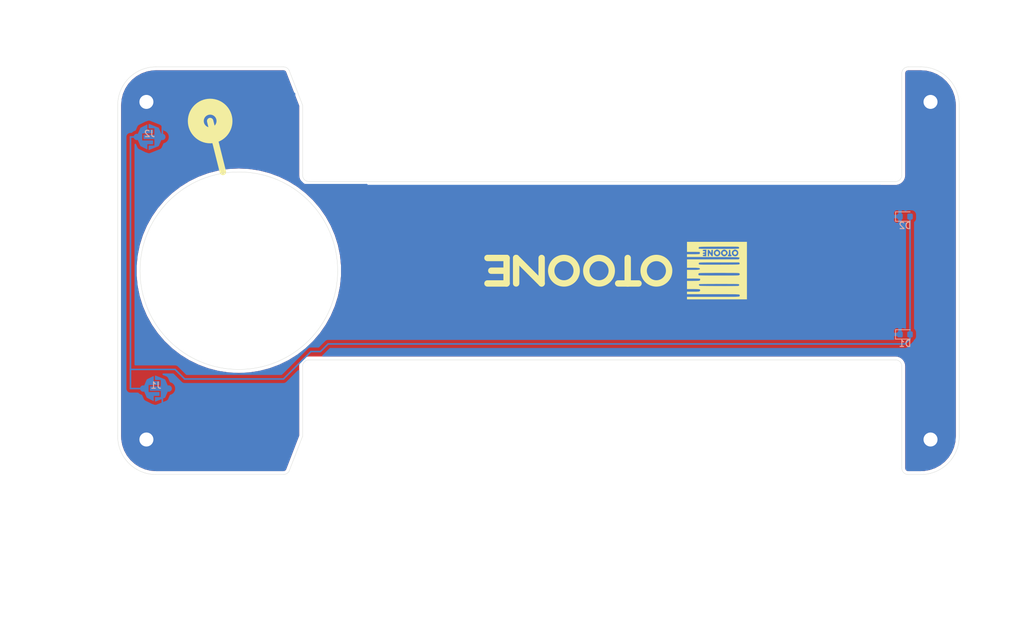
<source format=kicad_pcb>
(kicad_pcb (version 20171130) (host pcbnew "(5.1.8)-1")

  (general
    (thickness 1.6)
    (drawings 72)
    (tracks 48)
    (zones 0)
    (modules 5)
    (nets 3)
  )

  (page A4)
  (layers
    (0 F.Cu signal)
    (31 B.Cu signal)
    (32 B.Adhes user)
    (33 F.Adhes user)
    (34 B.Paste user)
    (35 F.Paste user)
    (36 B.SilkS user)
    (37 F.SilkS user)
    (38 B.Mask user)
    (39 F.Mask user)
    (40 Dwgs.User user)
    (41 Cmts.User user)
    (42 Eco1.User user)
    (43 Eco2.User user)
    (44 Edge.Cuts user)
    (45 Margin user)
    (46 B.CrtYd user)
    (47 F.CrtYd user)
    (48 B.Fab user)
    (49 F.Fab user)
  )

  (setup
    (last_trace_width 0.25)
    (trace_clearance 0.2)
    (zone_clearance 0.508)
    (zone_45_only no)
    (trace_min 0.2)
    (via_size 0.8)
    (via_drill 0.4)
    (via_min_size 0.4)
    (via_min_drill 0.3)
    (uvia_size 0.3)
    (uvia_drill 0.1)
    (uvias_allowed no)
    (uvia_min_size 0.2)
    (uvia_min_drill 0.1)
    (edge_width 0.05)
    (segment_width 0.2)
    (pcb_text_width 0.3)
    (pcb_text_size 1.5 1.5)
    (mod_edge_width 0.12)
    (mod_text_size 1 1)
    (mod_text_width 0.15)
    (pad_size 1.524 1.524)
    (pad_drill 0.762)
    (pad_to_mask_clearance 0)
    (aux_axis_origin 75 135)
    (grid_origin 75 135)
    (visible_elements 7FFFFFFF)
    (pcbplotparams
      (layerselection 0x010fc_ffffffff)
      (usegerberextensions false)
      (usegerberattributes true)
      (usegerberadvancedattributes true)
      (creategerberjobfile true)
      (excludeedgelayer true)
      (linewidth 0.100000)
      (plotframeref false)
      (viasonmask false)
      (mode 1)
      (useauxorigin false)
      (hpglpennumber 1)
      (hpglpenspeed 20)
      (hpglpendiameter 15.000000)
      (psnegative false)
      (psa4output false)
      (plotreference true)
      (plotvalue true)
      (plotinvisibletext false)
      (padsonsilk false)
      (subtractmaskfromsilk false)
      (outputformat 1)
      (mirror false)
      (drillshape 0)
      (scaleselection 1)
      (outputdirectory "GERBER"))
  )

  (net 0 "")
  (net 1 VCC)
  (net 2 GND)

  (net_class Default "This is the default net class."
    (clearance 0.2)
    (trace_width 0.25)
    (via_dia 0.8)
    (via_drill 0.4)
    (uvia_dia 0.3)
    (uvia_drill 0.1)
    (add_net GND)
    (add_net VCC)
  )

  (module Logo:otoonedev_logo (layer F.Cu) (tedit 61F2B643) (tstamp 62D57D99)
    (at 169 103 180)
    (fp_text reference G*** (at -2.4 -1) (layer F.SilkS) hide
      (effects (font (size 1.524 1.524) (thickness 0.3)))
    )
    (fp_text value " " (at 0 5.8) (layer F.SilkS) hide
      (effects (font (size 1.524 1.524) (thickness 0.3)))
    )
    (fp_poly (pts (xy 2.751666 -2.137833) (xy 2.7305 -2.116667) (xy 2.709333 -2.137833) (xy 2.7305 -2.159)
      (xy 2.751666 -2.137833)) (layer Eco2.User) (width 0.01))
    (fp_poly (pts (xy 0.131058 2.532661) (xy 0.218492 2.631051) (xy 0.247957 2.782952) (xy 0.246219 2.818762)
      (xy 0.224302 2.933682) (xy 0.168808 2.998435) (xy 0.105833 3.02892) (xy -0.002498 3.058117)
      (xy -0.084651 3.057987) (xy -0.084667 3.057981) (xy -0.209679 2.982056) (xy -0.276803 2.870996)
      (xy -0.288988 2.745938) (xy -0.249178 2.628022) (xy -0.160322 2.538386) (xy -0.025366 2.498168)
      (xy -0.006562 2.497667) (xy 0.131058 2.532661)) (layer F.SilkS) (width 0.01))
    (fp_poly (pts (xy -0.972691 2.567373) (xy -0.90414 2.687969) (xy -0.889 2.79945) (xy -0.909281 2.939647)
      (xy -0.978568 3.018156) (xy -1.109533 3.047086) (xy -1.149067 3.048) (xy -1.282644 3.028345)
      (xy -1.368067 2.961326) (xy -1.373433 2.953914) (xy -1.433805 2.811465) (xy -1.410272 2.678361)
      (xy -1.341355 2.589712) (xy -1.209207 2.509942) (xy -1.08035 2.505263) (xy -0.972691 2.567373)) (layer F.SilkS) (width 0.01))
    (fp_poly (pts (xy -2.707661 2.533814) (xy -2.623865 2.626614) (xy -2.5887 2.770517) (xy -2.590114 2.818762)
      (xy -2.612108 2.933812) (xy -2.668291 2.999411) (xy -2.733582 3.031641) (xy -2.849989 3.06283)
      (xy -2.948414 3.041765) (xy -2.965712 3.033577) (xy -3.07777 2.937807) (xy -3.12002 2.810218)
      (xy -3.086989 2.673321) (xy -3.0626 2.635165) (xy -2.945852 2.530774) (xy -2.821264 2.499429)
      (xy -2.707661 2.533814)) (layer F.SilkS) (width 0.01))
    (fp_poly (pts (xy 4.699 -4.106333) (xy 0.620394 -4.106333) (xy -0.058905 -4.106279) (xy -0.658592 -4.106051)
      (xy -1.183721 -4.105556) (xy -1.639347 -4.1047) (xy -2.030525 -4.103389) (xy -2.362308 -4.101527)
      (xy -2.639751 -4.099021) (xy -2.86791 -4.095777) (xy -3.051838 -4.0917) (xy -3.196589 -4.086695)
      (xy -3.307219 -4.080669) (xy -3.388782 -4.073527) (xy -3.446332 -4.065174) (xy -3.484923 -4.055518)
      (xy -3.509612 -4.044462) (xy -3.52545 -4.031913) (xy -3.528273 -4.028917) (xy -3.592005 -3.917)
      (xy -3.571696 -3.812345) (xy -3.520917 -3.753061) (xy -3.502855 -3.741339) (xy -3.472811 -3.730991)
      (xy -3.425764 -3.721933) (xy -3.356694 -3.714081) (xy -3.260579 -3.70735) (xy -3.132399 -3.701654)
      (xy -2.967134 -3.69691) (xy -2.759762 -3.693032) (xy -2.505264 -3.689935) (xy -2.198617 -3.687535)
      (xy -1.834802 -3.685747) (xy -1.408798 -3.684486) (xy -0.915584 -3.683668) (xy -0.35014 -3.683207)
      (xy 0.292556 -3.683018) (xy 0.62775 -3.683) (xy 4.699 -3.683) (xy 4.699 -3.302)
      (xy 3.755919 -3.302) (xy 3.438626 -3.301121) (xy 3.195133 -3.298022) (xy 3.014589 -3.292015)
      (xy 2.886142 -3.28241) (xy 2.798938 -3.268518) (xy 2.742127 -3.249648) (xy 2.718752 -3.2361)
      (xy 2.644629 -3.145712) (xy 2.628682 -3.039295) (xy 2.672121 -2.947936) (xy 2.70655 -2.92249)
      (xy 2.776749 -2.907908) (xy 2.922619 -2.895857) (xy 3.135193 -2.886714) (xy 3.405502 -2.88086)
      (xy 3.724579 -2.878673) (xy 3.743716 -2.878667) (xy 4.699 -2.878667) (xy 4.699 -1.608667)
      (xy 3.77825 -1.604447) (xy 3.501239 -1.601888) (xy 3.247635 -1.597121) (xy 3.031523 -1.590603)
      (xy 2.86699 -1.582793) (xy 2.768121 -1.574151) (xy 2.751666 -1.571023) (xy 2.66342 -1.515953)
      (xy 2.63194 -1.421919) (xy 2.634769 -1.320866) (xy 2.65841 -1.261656) (xy 2.711998 -1.249477)
      (xy 2.840001 -1.239128) (xy 3.032183 -1.230992) (xy 3.278305 -1.22545) (xy 3.56813 -1.222886)
      (xy 3.698887 -1.222786) (xy 4.699 -1.22428) (xy 4.699 0.127) (xy 3.791589 0.127)
      (xy 3.448525 0.128595) (xy 3.181189 0.134272) (xy 2.980686 0.145372) (xy 2.838123 0.163233)
      (xy 2.744604 0.189195) (xy 2.691236 0.224596) (xy 2.669124 0.270776) (xy 2.667 0.296333)
      (xy 2.677592 0.34799) (xy 2.715299 0.388243) (xy 2.789015 0.418434) (xy 2.907635 0.4399)
      (xy 3.080052 0.453981) (xy 3.315161 0.462017) (xy 3.621857 0.465347) (xy 3.791589 0.465667)
      (xy 4.699 0.465667) (xy 4.699 1.778) (xy -3.427049 1.778) (xy -3.498057 1.886372)
      (xy -3.543705 1.966923) (xy -3.538932 2.018467) (xy -3.497534 2.066289) (xy -3.477343 2.078049)
      (xy -3.438832 2.088736) (xy -3.378156 2.098402) (xy -3.29147 2.107102) (xy -3.174929 2.11489)
      (xy -3.024688 2.121818) (xy -2.836901 2.127942) (xy -2.607724 2.133314) (xy -2.333311 2.137989)
      (xy -2.009818 2.142021) (xy -1.633399 2.145463) (xy -1.200209 2.148368) (xy -0.706403 2.150792)
      (xy -0.148136 2.152788) (xy 0.478438 2.154409) (xy 1.177163 2.155709) (xy 1.951884 2.156743)
      (xy 2.806448 2.157563) (xy 3.037416 2.157744) (xy 4.699 2.159) (xy 4.699 2.582333)
      (xy 3.733799 2.582333) (xy 3.388361 2.583859) (xy 3.121377 2.588643) (xy 2.926686 2.596992)
      (xy 2.798127 2.609215) (xy 2.729539 2.62562) (xy 2.717799 2.633133) (xy 2.675669 2.717325)
      (xy 2.670398 2.822074) (xy 2.699968 2.909345) (xy 2.733962 2.937637) (xy 2.79435 2.945091)
      (xy 2.926282 2.951696) (xy 3.116636 2.957119) (xy 3.352288 2.961029) (xy 3.620119 2.963094)
      (xy 3.749962 2.963333) (xy 4.699 2.963333) (xy 4.699 4.529667) (xy -4.699 4.529667)
      (xy -4.699 3.594813) (xy -3.48816 3.594813) (xy -3.456227 3.690526) (xy -3.371727 3.746489)
      (xy -3.371025 3.74665) (xy -3.32652 3.754857) (xy -3.266962 3.761917) (xy -3.186505 3.76789)
      (xy -3.0793 3.772836) (xy -2.939501 3.776815) (xy -2.761258 3.779887) (xy -2.538725 3.782113)
      (xy -2.266055 3.783552) (xy -1.937398 3.784264) (xy -1.546908 3.784311) (xy -1.088737 3.783751)
      (xy -0.557037 3.782645) (xy -0.007923 3.781225) (xy 0.583202 3.77919) (xy 1.094063 3.776509)
      (xy 1.529064 3.773091) (xy 1.892605 3.768845) (xy 2.189089 3.763681) (xy 2.422918 3.757508)
      (xy 2.598494 3.750235) (xy 2.720219 3.741773) (xy 2.792494 3.732031) (xy 2.817827 3.723125)
      (xy 2.86523 3.644549) (xy 2.876551 3.543894) (xy 2.849473 3.462749) (xy 2.833135 3.44819)
      (xy 2.784357 3.443653) (xy 2.657668 3.439434) (xy 2.459826 3.435587) (xy 2.197586 3.432165)
      (xy 1.877704 3.429221) (xy 1.506937 3.426808) (xy 1.092041 3.424979) (xy 0.639771 3.423788)
      (xy 0.156885 3.423288) (xy -0.309922 3.423484) (xy -0.901029 3.424284) (xy -1.413142 3.425366)
      (xy -1.851933 3.426856) (xy -2.223073 3.42888) (xy -2.532233 3.431564) (xy -2.785087 3.435034)
      (xy -2.987306 3.439416) (xy -3.144562 3.444837) (xy -3.262527 3.451423) (xy -3.346873 3.459298)
      (xy -3.403271 3.468591) (xy -3.437394 3.479426) (xy -3.454913 3.491931) (xy -3.45608 3.493426)
      (xy -3.48816 3.594813) (xy -4.699 3.594813) (xy -4.699 2.801385) (xy -3.360616 2.801385)
      (xy -3.326019 3.000699) (xy -3.220133 3.157212) (xy -3.039817 3.275444) (xy -3.026834 3.281299)
      (xy -2.904391 3.327628) (xy -2.808981 3.333574) (xy -2.701243 3.297236) (xy -2.629447 3.262105)
      (xy -2.452853 3.135259) (xy -2.351293 2.97086) (xy -2.321562 2.765741) (xy -2.360717 2.560439)
      (xy -2.46979 2.402683) (xy -2.53063 2.361814) (xy -2.301975 2.361814) (xy -2.28006 2.448062)
      (xy -2.209152 2.507293) (xy -2.19742 2.510956) (xy -2.157818 2.530426) (xy -2.133665 2.575048)
      (xy -2.121274 2.662231) (xy -2.116958 2.809386) (xy -2.116667 2.892342) (xy -2.11125 3.095736)
      (xy -2.094477 3.220782) (xy -2.065563 3.273138) (xy -2.06375 3.273963) (xy -2.01053 3.295727)
      (xy -2.003713 3.298658) (xy -1.96432 3.288784) (xy -1.92963 3.276304) (xy -1.895714 3.246742)
      (xy -1.875122 3.179176) (xy -1.865052 3.057499) (xy -1.862667 2.891341) (xy -1.861799 2.806804)
      (xy -1.693334 2.806804) (xy -1.658821 2.941074) (xy -1.569114 3.084641) (xy -1.444957 3.209365)
      (xy -1.353158 3.268216) (xy -1.230269 3.322825) (xy -1.139801 3.337376) (xy -1.040368 3.313295)
      (xy -0.961198 3.281739) (xy -0.796304 3.175973) (xy -0.678038 3.027031) (xy -0.615643 2.855396)
      (xy -0.61703 2.766553) (xy -0.538714 2.766553) (xy -0.508701 2.947186) (xy -0.415919 3.112267)
      (xy -0.26128 3.24478) (xy -0.1905 3.281299) (xy -0.084496 3.324937) (xy -0.010412 3.335899)
      (xy 0.072775 3.314095) (xy 0.102556 3.302) (xy 1.648394 3.302) (xy 1.893113 3.301352)
      (xy 2.036764 3.295028) (xy 2.149936 3.279403) (xy 2.194915 3.264529) (xy 2.235947 3.197499)
      (xy 2.236883 3.14876) (xy 2.203168 3.093329) (xy 2.115976 3.064146) (xy 2.042218 3.056149)
      (xy 1.925725 3.040095) (xy 1.87295 3.007112) (xy 1.862666 2.960899) (xy 1.88098 2.903187)
      (xy 1.950443 2.880662) (xy 2.005649 2.878667) (xy 2.134688 2.85477) (xy 2.216457 2.792699)
      (xy 2.234025 2.706881) (xy 2.228564 2.688706) (xy 2.16521 2.640165) (xy 2.0298 2.624667)
      (xy 1.911967 2.609781) (xy 1.870786 2.575456) (xy 1.905785 2.537184) (xy 2.016493 2.510459)
      (xy 2.033324 2.508886) (xy 2.174128 2.480226) (xy 2.236546 2.424126) (xy 2.219374 2.341707)
      (xy 2.216934 2.337751) (xy 2.165275 2.293352) (xy 2.068686 2.270716) (xy 1.921552 2.264833)
      (xy 1.672166 2.264833) (xy 1.66028 2.783417) (xy 1.648394 3.302) (xy 0.102556 3.302)
      (xy 0.155398 3.28054) (xy 0.34595 3.165662) (xy 0.461833 3.010939) (xy 0.476562 2.942002)
      (xy 0.635494 2.942002) (xy 0.640204 3.101084) (xy 0.649913 3.219204) (xy 0.664882 3.275436)
      (xy 0.665007 3.275563) (xy 0.727167 3.294895) (xy 0.781424 3.293202) (xy 0.831413 3.274207)
      (xy 0.860164 3.221722) (xy 0.875485 3.115351) (xy 0.880629 3.034069) (xy 0.890697 2.89804)
      (xy 0.906216 2.832523) (xy 0.932539 2.823364) (xy 0.954712 2.838169) (xy 1.007043 2.905676)
      (xy 1.016 2.939077) (xy 1.046041 3.011583) (xy 1.120752 3.105672) (xy 1.217012 3.19907)
      (xy 1.311704 3.269504) (xy 1.381706 3.2947) (xy 1.38469 3.294273) (xy 1.416964 3.280078)
      (xy 1.4386 3.242734) (xy 1.451671 3.167988) (xy 1.458248 3.041586) (xy 1.460405 2.849275)
      (xy 1.4605 2.772833) (xy 1.459395 2.557326) (xy 1.454639 2.412113) (xy 1.444071 2.322839)
      (xy 1.42553 2.275144) (xy 1.396853 2.25467) (xy 1.38192 2.25086) (xy 1.304416 2.251943)
      (xy 1.25678 2.300817) (xy 1.231262 2.411023) (xy 1.222523 2.529417) (xy 1.211853 2.653626)
      (xy 1.195158 2.734292) (xy 1.182935 2.751667) (xy 1.147456 2.718257) (xy 1.083895 2.631011)
      (xy 1.012233 2.51885) (xy 0.89201 2.349118) (xy 0.786589 2.261722) (xy 0.694882 2.255835)
      (xy 0.677712 2.264599) (xy 0.661375 2.314591) (xy 0.648722 2.428253) (xy 0.640016 2.58466)
      (xy 0.635519 2.762885) (xy 0.635494 2.942002) (xy 0.476562 2.942002) (xy 0.503624 2.815343)
      (xy 0.493284 2.677384) (xy 0.425972 2.500481) (xy 0.300137 2.363571) (xy 0.135717 2.276833)
      (xy -0.047346 2.250447) (xy -0.229111 2.294594) (xy -0.243024 2.30149) (xy -0.406788 2.426689)
      (xy -0.505047 2.587382) (xy -0.538714 2.766553) (xy -0.61703 2.766553) (xy -0.618359 2.68155)
      (xy -0.650528 2.593239) (xy -0.779658 2.412485) (xy -0.939082 2.295391) (xy -1.114382 2.246328)
      (xy -1.291144 2.26967) (xy -1.437606 2.354542) (xy -1.58213 2.510983) (xy -1.671204 2.681909)
      (xy -1.693334 2.806804) (xy -1.861799 2.806804) (xy -1.860858 2.715326) (xy -1.852742 2.606234)
      (xy -1.834288 2.546352) (xy -1.801464 2.517967) (xy -1.775723 2.509337) (xy -1.710711 2.466814)
      (xy -1.701639 2.375717) (xy -1.715363 2.313098) (xy -1.752173 2.278193) (xy -1.833312 2.260892)
      (xy -1.961489 2.252031) (xy -2.105097 2.252551) (xy -2.21813 2.267259) (xy -2.264035 2.285337)
      (xy -2.301975 2.361814) (xy -2.53063 2.361814) (xy -2.609898 2.308567) (xy -2.809888 2.251408)
      (xy -2.997888 2.269761) (xy -3.159985 2.354493) (xy -3.282266 2.496471) (xy -3.35082 2.686561)
      (xy -3.360616 2.801385) (xy -4.699 2.801385) (xy -4.699 1.116218) (xy -3.574786 1.116218)
      (xy -3.551943 1.188703) (xy -3.531873 1.219047) (xy -3.466533 1.312333) (xy -0.360457 1.312333)
      (xy 0.231937 1.312186) (xy 0.745362 1.311666) (xy 1.185517 1.310654) (xy 1.5581 1.309029)
      (xy 1.868808 1.306672) (xy 2.12334 1.303464) (xy 2.327393 1.299286) (xy 2.486665 1.294018)
      (xy 2.606856 1.28754) (xy 2.693661 1.279733) (xy 2.75278 1.270477) (xy 2.78991 1.259654)
      (xy 2.81075 1.247143) (xy 2.812142 1.245809) (xy 2.873334 1.144372) (xy 2.850057 1.043872)
      (xy 2.81187 0.997585) (xy 2.792633 0.984897) (xy 2.758319 0.973969) (xy 2.703224 0.9647)
      (xy 2.621641 0.956991) (xy 2.507865 0.950741) (xy 2.356188 0.94585) (xy 2.160906 0.942217)
      (xy 1.916312 0.939742) (xy 1.6167 0.938324) (xy 1.256364 0.937864) (xy 0.829599 0.93826)
      (xy 0.330697 0.939413) (xy -0.246046 0.941222) (xy -0.368553 0.941644) (xy -0.956104 0.943731)
      (xy -1.464794 0.945723) (xy -1.900429 0.947799) (xy -2.268815 0.950139) (xy -2.575759 0.952919)
      (xy -2.827065 0.95632) (xy -3.02854 0.960519) (xy -3.185989 0.965695) (xy -3.305218 0.972026)
      (xy -3.392033 0.979691) (xy -3.452239 0.988868) (xy -3.491643 0.999736) (xy -3.516051 1.012474)
      (xy -3.531267 1.027258) (xy -3.539698 1.03913) (xy -3.574786 1.116218) (xy -4.699 1.116218)
      (xy -4.699 -0.550333) (xy -3.598334 -0.550333) (xy -3.571009 -0.491932) (xy -3.513667 -0.423333)
      (xy -3.495925 -0.40734) (xy -3.473033 -0.393499) (xy -3.439129 -0.381654) (xy -3.388352 -0.37165)
      (xy -3.314841 -0.363332) (xy -3.212734 -0.356544) (xy -3.076171 -0.351131) (xy -2.89929 -0.346937)
      (xy -2.676229 -0.343808) (xy -2.401127 -0.341586) (xy -2.068123 -0.340118) (xy -1.671356 -0.339248)
      (xy -1.204963 -0.33882) (xy -0.663085 -0.338679) (xy -0.320524 -0.338667) (xy 0.272112 -0.338813)
      (xy 0.785777 -0.339333) (xy 1.226167 -0.340345) (xy 1.598979 -0.341968) (xy 1.909906 -0.344322)
      (xy 2.164646 -0.347526) (xy 2.368894 -0.3517) (xy 2.528345 -0.356963) (xy 2.648696 -0.363434)
      (xy 2.735642 -0.371232) (xy 2.794878 -0.380478) (xy 2.832101 -0.391289) (xy 2.853006 -0.403786)
      (xy 2.854476 -0.405191) (xy 2.91142 -0.507066) (xy 2.912144 -0.618626) (xy 2.858328 -0.705619)
      (xy 2.839116 -0.718177) (xy 2.777636 -0.727859) (xy 2.631828 -0.736343) (xy 2.402019 -0.743626)
      (xy 2.08854 -0.749702) (xy 1.691718 -0.754568) (xy 1.211884 -0.758219) (xy 0.649365 -0.76065)
      (xy 0.004493 -0.761857) (xy -0.335884 -0.762) (xy -0.921559 -0.761952) (xy -1.428444 -0.761704)
      (xy -1.862416 -0.761098) (xy -2.229351 -0.759979) (xy -2.535126 -0.758189) (xy -2.785617 -0.755573)
      (xy -2.986702 -0.751973) (xy -3.144257 -0.747234) (xy -3.264158 -0.741198) (xy -3.352283 -0.733709)
      (xy -3.414507 -0.72461) (xy -3.456708 -0.713745) (xy -3.484761 -0.700957) (xy -3.504545 -0.68609)
      (xy -3.513667 -0.677333) (xy -3.575821 -0.601517) (xy -3.598334 -0.550333) (xy -4.699 -0.550333)
      (xy -4.699 -2.230601) (xy -3.494656 -2.230601) (xy -3.469693 -2.155933) (xy -3.459307 -2.140515)
      (xy -3.441962 -2.127171) (xy -3.411875 -2.115751) (xy -3.363264 -2.106107) (xy -3.290347 -2.098088)
      (xy -3.187341 -2.091544) (xy -3.048464 -2.086326) (xy -2.867934 -2.082284) (xy -2.639968 -2.079268)
      (xy -2.358785 -2.077128) (xy -2.0186 -2.075716) (xy -1.613633 -2.07488) (xy -1.138102 -2.074472)
      (xy -0.586222 -2.074342) (xy -0.318509 -2.074333) (xy 0.347032 -2.074848) (xy 0.929518 -2.076405)
      (xy 1.430553 -2.079029) (xy 1.85174 -2.082741) (xy 2.194685 -2.087566) (xy 2.460992 -2.093526)
      (xy 2.652265 -2.100644) (xy 2.770109 -2.108942) (xy 2.816129 -2.118444) (xy 2.816653 -2.119073)
      (xy 2.82989 -2.186045) (xy 2.816883 -2.268966) (xy 2.787274 -2.334399) (xy 2.750707 -2.348905)
      (xy 2.750425 -2.348733) (xy 2.712316 -2.353286) (xy 2.709333 -2.368168) (xy 2.668359 -2.374979)
      (xy 2.550873 -2.38134) (xy 2.365027 -2.387226) (xy 2.118976 -2.392614) (xy 1.820872 -2.397476)
      (xy 1.478868 -2.401788) (xy 1.101119 -2.405524) (xy 0.695776 -2.408659) (xy 0.270994 -2.411168)
      (xy -0.165075 -2.413024) (xy -0.604277 -2.414204) (xy -1.038459 -2.414681) (xy -1.459467 -2.414431)
      (xy -1.85915 -2.413427) (xy -2.229352 -2.411645) (xy -2.561922 -2.409058) (xy -2.848705 -2.405643)
      (xy -3.08155 -2.401373) (xy -3.252301 -2.396222) (xy -3.352806 -2.390167) (xy -3.373155 -2.387084)
      (xy -3.469893 -2.327803) (xy -3.494656 -2.230601) (xy -4.699 -2.230601) (xy -4.699 -4.487333)
      (xy 4.699 -4.487333) (xy 4.699 -4.106333)) (layer F.SilkS) (width 0.01))
  )

  (module LED_SMD:LED_0603_1608Metric (layer B.Cu) (tedit 5F68FEF1) (tstamp 62D563C9)
    (at 198.5 113)
    (descr "LED SMD 0603 (1608 Metric), square (rectangular) end terminal, IPC_7351 nominal, (Body size source: http://www.tortai-tech.com/upload/download/2011102023233369053.pdf), generated with kicad-footprint-generator")
    (tags LED)
    (path /62DC864D)
    (attr smd)
    (fp_text reference D1 (at 0 1.43) (layer B.SilkS)
      (effects (font (size 1 1) (thickness 0.15)) (justify mirror))
    )
    (fp_text value LED (at 0 -1.43) (layer B.Fab)
      (effects (font (size 1 1) (thickness 0.15)) (justify mirror))
    )
    (fp_line (start 0.8 0.4) (end -0.5 0.4) (layer B.Fab) (width 0.1))
    (fp_line (start -0.5 0.4) (end -0.8 0.1) (layer B.Fab) (width 0.1))
    (fp_line (start -0.8 0.1) (end -0.8 -0.4) (layer B.Fab) (width 0.1))
    (fp_line (start -0.8 -0.4) (end 0.8 -0.4) (layer B.Fab) (width 0.1))
    (fp_line (start 0.8 -0.4) (end 0.8 0.4) (layer B.Fab) (width 0.1))
    (fp_line (start 0.8 0.735) (end -1.485 0.735) (layer B.SilkS) (width 0.12))
    (fp_line (start -1.485 0.735) (end -1.485 -0.735) (layer B.SilkS) (width 0.12))
    (fp_line (start -1.485 -0.735) (end 0.8 -0.735) (layer B.SilkS) (width 0.12))
    (fp_line (start -1.48 -0.73) (end -1.48 0.73) (layer B.CrtYd) (width 0.05))
    (fp_line (start -1.48 0.73) (end 1.48 0.73) (layer B.CrtYd) (width 0.05))
    (fp_line (start 1.48 0.73) (end 1.48 -0.73) (layer B.CrtYd) (width 0.05))
    (fp_line (start 1.48 -0.73) (end -1.48 -0.73) (layer B.CrtYd) (width 0.05))
    (fp_text user %R (at 0 0) (layer B.Fab)
      (effects (font (size 0.4 0.4) (thickness 0.06)) (justify mirror))
    )
    (pad 2 smd roundrect (at 0.7875 0) (size 0.875 0.95) (layers B.Cu B.Paste B.Mask) (roundrect_rratio 0.25)
      (net 1 VCC))
    (pad 1 smd roundrect (at -0.7875 0) (size 0.875 0.95) (layers B.Cu B.Paste B.Mask) (roundrect_rratio 0.25)
      (net 2 GND))
    (model ${KISYS3DMOD}/LED_SMD.3dshapes/LED_0603_1608Metric.wrl
      (at (xyz 0 0 0))
      (scale (xyz 1 1 1))
      (rotate (xyz 0 0 0))
    )
  )

  (module LED_SMD:LED_0603_1608Metric (layer B.Cu) (tedit 5F68FEF1) (tstamp 62D563DC)
    (at 198.5 94.5)
    (descr "LED SMD 0603 (1608 Metric), square (rectangular) end terminal, IPC_7351 nominal, (Body size source: http://www.tortai-tech.com/upload/download/2011102023233369053.pdf), generated with kicad-footprint-generator")
    (tags LED)
    (path /62DC7B55)
    (attr smd)
    (fp_text reference D2 (at 0 1.43) (layer B.SilkS)
      (effects (font (size 1 1) (thickness 0.15)) (justify mirror))
    )
    (fp_text value LED (at 0 -1.43) (layer B.Fab)
      (effects (font (size 1 1) (thickness 0.15)) (justify mirror))
    )
    (fp_line (start 1.48 -0.73) (end -1.48 -0.73) (layer B.CrtYd) (width 0.05))
    (fp_line (start 1.48 0.73) (end 1.48 -0.73) (layer B.CrtYd) (width 0.05))
    (fp_line (start -1.48 0.73) (end 1.48 0.73) (layer B.CrtYd) (width 0.05))
    (fp_line (start -1.48 -0.73) (end -1.48 0.73) (layer B.CrtYd) (width 0.05))
    (fp_line (start -1.485 -0.735) (end 0.8 -0.735) (layer B.SilkS) (width 0.12))
    (fp_line (start -1.485 0.735) (end -1.485 -0.735) (layer B.SilkS) (width 0.12))
    (fp_line (start 0.8 0.735) (end -1.485 0.735) (layer B.SilkS) (width 0.12))
    (fp_line (start 0.8 -0.4) (end 0.8 0.4) (layer B.Fab) (width 0.1))
    (fp_line (start -0.8 -0.4) (end 0.8 -0.4) (layer B.Fab) (width 0.1))
    (fp_line (start -0.8 0.1) (end -0.8 -0.4) (layer B.Fab) (width 0.1))
    (fp_line (start -0.5 0.4) (end -0.8 0.1) (layer B.Fab) (width 0.1))
    (fp_line (start 0.8 0.4) (end -0.5 0.4) (layer B.Fab) (width 0.1))
    (fp_text user %R (at 0 0) (layer B.Fab)
      (effects (font (size 0.4 0.4) (thickness 0.06)) (justify mirror))
    )
    (pad 1 smd roundrect (at -0.7875 0) (size 0.875 0.95) (layers B.Cu B.Paste B.Mask) (roundrect_rratio 0.25)
      (net 2 GND))
    (pad 2 smd roundrect (at 0.7875 0) (size 0.875 0.95) (layers B.Cu B.Paste B.Mask) (roundrect_rratio 0.25)
      (net 1 VCC))
    (model ${KISYS3DMOD}/LED_SMD.3dshapes/LED_0603_1608Metric.wrl
      (at (xyz 0 0 0))
      (scale (xyz 1 1 1))
      (rotate (xyz 0 0 0))
    )
  )

  (module ContactPad:ContactPad_4mm (layer B.Cu) (tedit 619BAE9F) (tstamp 62D563E2)
    (at 81 121.5)
    (path /62DC75BC)
    (fp_text reference J1 (at 0 -0.5) (layer B.SilkS)
      (effects (font (size 1 1) (thickness 0.15)) (justify mirror))
    )
    (fp_text value Conn_01x02_Female (at 0 2.4) (layer B.Fab)
      (effects (font (size 1 1) (thickness 0.15)) (justify mirror))
    )
    (pad 2 smd custom (at 2 0) (size 1 1) (layers B.Cu B.Mask)
      (net 2 GND) (zone_connect 0)
      (options (clearance outline) (anchor circle))
      (primitives
        (gr_poly (pts
           (xy -0.6 1.4) (xy 0 0) (xy -0.6 -1.4) (xy -2.1 -2) (xy -2.1 -1.4)
           (xy -1.2 -1.4) (xy -1.2 -0.3) (xy -2.9 -0.3) (xy -2.9 0.3) (xy -1.2 0.3)
           (xy -1.2 1.4) (xy -2.1 1.4) (xy -2.1 2)) (width 0.1))
      ))
    (pad 1 smd custom (at -2 0) (size 1 1) (layers B.Cu B.Mask)
      (net 1 VCC) (zone_connect 0)
      (options (clearance outline) (anchor circle))
      (primitives
        (gr_poly (pts
           (xy 1.6 1.1) (xy 2.5 1.1) (xy 2.5 0.6) (xy 0.8 0.6) (xy 0.8 -0.6)
           (xy 2.5 -0.6) (xy 2.5 -1.1) (xy 1.6 -1.1) (xy 1.6 -1.9) (xy 0.6 -1.4)
           (xy 0 0) (xy 0.6 1.4) (xy 1.6 1.9)) (width 0.1))
      ))
  )

  (module ContactPad:ContactPad_4mm (layer B.Cu) (tedit 619BAE9F) (tstamp 62D563E8)
    (at 80 82)
    (path /62DC8603)
    (fp_text reference J2 (at 0 -0.5) (layer B.SilkS)
      (effects (font (size 1 1) (thickness 0.15)) (justify mirror))
    )
    (fp_text value Conn_01x02_Female (at 0 2.4) (layer B.Fab)
      (effects (font (size 1 1) (thickness 0.15)) (justify mirror))
    )
    (pad 1 smd custom (at -2 0) (size 1 1) (layers B.Cu B.Mask)
      (net 1 VCC) (zone_connect 0)
      (options (clearance outline) (anchor circle))
      (primitives
        (gr_poly (pts
           (xy 1.6 1.1) (xy 2.5 1.1) (xy 2.5 0.6) (xy 0.8 0.6) (xy 0.8 -0.6)
           (xy 2.5 -0.6) (xy 2.5 -1.1) (xy 1.6 -1.1) (xy 1.6 -1.9) (xy 0.6 -1.4)
           (xy 0 0) (xy 0.6 1.4) (xy 1.6 1.9)) (width 0.1))
      ))
    (pad 2 smd custom (at 2 0) (size 1 1) (layers B.Cu B.Mask)
      (net 2 GND) (zone_connect 0)
      (options (clearance outline) (anchor circle))
      (primitives
        (gr_poly (pts
           (xy -0.6 1.4) (xy 0 0) (xy -0.6 -1.4) (xy -2.1 -2) (xy -2.1 -1.4)
           (xy -1.2 -1.4) (xy -1.2 -0.3) (xy -2.9 -0.3) (xy -2.9 0.3) (xy -1.2 0.3)
           (xy -1.2 1.4) (xy -2.1 1.4) (xy -2.1 2)) (width 0.1))
      ))
  )

  (gr_text JLCJLCJLCJLC (at 89 128) (layer B.Adhes)
    (effects (font (size 1 1) (thickness 0.15)) (justify mirror))
  )
  (gr_line (start 104 77) (end 101.894427 71.552786) (layer Edge.Cuts) (width 0.05) (tstamp 64887BF5))
  (dimension 3 (width 0.15) (layer Dwgs.User)
    (gr_text "3.000 mm" (at 102.5 67.2) (layer Dwgs.User)
      (effects (font (size 1 1) (thickness 0.15)))
    )
    (feature1 (pts (xy 101 71) (xy 101 67.913579)))
    (feature2 (pts (xy 104 71) (xy 104 67.913579)))
    (crossbar (pts (xy 104 68.5) (xy 101 68.5)))
    (arrow1a (pts (xy 101 68.5) (xy 102.126504 67.913579)))
    (arrow1b (pts (xy 101 68.5) (xy 102.126504 69.086421)))
    (arrow2a (pts (xy 104 68.5) (xy 102.873496 67.913579)))
    (arrow2b (pts (xy 104 68.5) (xy 102.873496 69.086421)))
  )
  (dimension 5 (width 0.15) (layer Dwgs.User)
    (gr_text "5.000 mm" (at 107.3 74.5 270) (layer Dwgs.User)
      (effects (font (size 1 1) (thickness 0.15)))
    )
    (feature1 (pts (xy 104 77) (xy 106.586421 77)))
    (feature2 (pts (xy 104 72) (xy 106.586421 72)))
    (crossbar (pts (xy 106 72) (xy 106 77)))
    (arrow1a (pts (xy 106 77) (xy 105.413579 75.873496)))
    (arrow1b (pts (xy 106 77) (xy 106.586421 75.873496)))
    (arrow2a (pts (xy 106 72) (xy 105.413579 73.126504)))
    (arrow2b (pts (xy 106 72) (xy 106.586421 73.126504)))
  )
  (gr_line (start 104 129) (end 101.894427 134.447214) (layer Edge.Cuts) (width 0.05) (tstamp 64887B9C))
  (dimension 3 (width 0.15) (layer Dwgs.User)
    (gr_text "3.000 mm" (at 102.5 138.3) (layer Dwgs.User)
      (effects (font (size 1 1) (thickness 0.15)))
    )
    (feature1 (pts (xy 101 135) (xy 101 137.586421)))
    (feature2 (pts (xy 104 135) (xy 104 137.586421)))
    (crossbar (pts (xy 104 137) (xy 101 137)))
    (arrow1a (pts (xy 101 137) (xy 102.126504 136.413579)))
    (arrow1b (pts (xy 101 137) (xy 102.126504 137.586421)))
    (arrow2a (pts (xy 104 137) (xy 102.873496 136.413579)))
    (arrow2b (pts (xy 104 137) (xy 102.873496 137.586421)))
  )
  (dimension 5 (width 0.15) (layer Dwgs.User)
    (gr_text "5.000 mm" (at 108.3 131.5 90) (layer Dwgs.User)
      (effects (font (size 1 1) (thickness 0.15)))
    )
    (feature1 (pts (xy 104 129) (xy 107.586421 129)))
    (feature2 (pts (xy 104 134) (xy 107.586421 134)))
    (crossbar (pts (xy 107 134) (xy 107 129)))
    (arrow1a (pts (xy 107 129) (xy 107.586421 130.126504)))
    (arrow1b (pts (xy 107 129) (xy 106.413579 130.126504)))
    (arrow2a (pts (xy 107 134) (xy 107.586421 132.873496)))
    (arrow2b (pts (xy 107 134) (xy 106.413579 132.873496)))
  )
  (dimension 20.5 (width 0.15) (layer Dwgs.User)
    (gr_text "20.500 mm" (at 196.75 146.8) (layer Dwgs.User)
      (effects (font (size 1 1) (thickness 0.15)))
    )
    (feature1 (pts (xy 207 111) (xy 207 146.086421)))
    (feature2 (pts (xy 186.5 111) (xy 186.5 146.086421)))
    (crossbar (pts (xy 186.5 145.5) (xy 207 145.5)))
    (arrow1a (pts (xy 207 145.5) (xy 205.873496 146.086421)))
    (arrow1b (pts (xy 207 145.5) (xy 205.873496 144.913579)))
    (arrow2a (pts (xy 186.5 145.5) (xy 187.626504 146.086421)))
    (arrow2b (pts (xy 186.5 145.5) (xy 187.626504 144.913579)))
  )
  (dimension 28 (width 0.15) (layer Dwgs.User)
    (gr_text "28.000 mm" (at 153.7 103 270) (layer Dwgs.User)
      (effects (font (size 1 1) (thickness 0.15)))
    )
    (feature1 (pts (xy 155 117) (xy 154.413579 117)))
    (feature2 (pts (xy 155 89) (xy 154.413579 89)))
    (crossbar (pts (xy 155 89) (xy 155 117)))
    (arrow1a (pts (xy 155 117) (xy 154.413579 115.873496)))
    (arrow1b (pts (xy 155 117) (xy 155.586421 115.873496)))
    (arrow2a (pts (xy 155 89) (xy 154.413579 90.126504)))
    (arrow2b (pts (xy 155 89) (xy 155.586421 90.126504)))
  )
  (dimension 29 (width 0.15) (layer Dwgs.User)
    (gr_text "29.000 mm" (at 89.5 63.7) (layer Dwgs.User)
      (effects (font (size 1 1) (thickness 0.15)))
    )
    (feature1 (pts (xy 104 77) (xy 104 64.413579)))
    (feature2 (pts (xy 75 77) (xy 75 64.413579)))
    (crossbar (pts (xy 75 65) (xy 104 65)))
    (arrow1a (pts (xy 104 65) (xy 102.873496 65.586421)))
    (arrow1b (pts (xy 104 65) (xy 102.873496 64.413579)))
    (arrow2a (pts (xy 75 65) (xy 76.126504 65.586421)))
    (arrow2b (pts (xy 75 65) (xy 76.126504 64.413579)))
  )
  (dimension 15.5 (width 0.15) (layer Dwgs.User)
    (gr_text "15.500 mm" (at 101.75 81.7) (layer Dwgs.User)
      (effects (font (size 1 1) (thickness 0.15)))
    )
    (feature1 (pts (xy 109.5 103) (xy 109.5 82.413579)))
    (feature2 (pts (xy 94 103) (xy 94 82.413579)))
    (crossbar (pts (xy 94 83) (xy 109.5 83)))
    (arrow1a (pts (xy 109.5 83) (xy 108.373496 83.586421)))
    (arrow1b (pts (xy 109.5 83) (xy 108.373496 82.413579)))
    (arrow2a (pts (xy 94 83) (xy 95.126504 83.586421)))
    (arrow2b (pts (xy 94 83) (xy 95.126504 82.413579)))
  )
  (dimension 4.5 (width 0.15) (layer Dwgs.User)
    (gr_text "4.500 mm" (at 199.75 81.7) (layer Dwgs.User)
      (effects (font (size 1 1) (thickness 0.15)))
    )
    (feature1 (pts (xy 197.5 89) (xy 197.5 82.413579)))
    (feature2 (pts (xy 202 89) (xy 202 82.413579)))
    (crossbar (pts (xy 202 83) (xy 197.5 83)))
    (arrow1a (pts (xy 197.5 83) (xy 198.626504 82.413579)))
    (arrow1b (pts (xy 197.5 83) (xy 198.626504 83.586421)))
    (arrow2a (pts (xy 202 83) (xy 200.873496 82.413579)))
    (arrow2b (pts (xy 202 83) (xy 200.873496 83.586421)))
  )
  (dimension 132 (width 0.15) (layer Dwgs.User)
    (gr_text "132.000 mm" (at 141 61.2) (layer Dwgs.User)
      (effects (font (size 1 1) (thickness 0.15)))
    )
    (feature1 (pts (xy 207 76.5) (xy 207 61.913579)))
    (feature2 (pts (xy 75 76.5) (xy 75 61.913579)))
    (crossbar (pts (xy 75 62.5) (xy 207 62.5)))
    (arrow1a (pts (xy 207 62.5) (xy 205.873496 63.086421)))
    (arrow1b (pts (xy 207 62.5) (xy 205.873496 61.913579)))
    (arrow2a (pts (xy 75 62.5) (xy 76.126504 63.086421)))
    (arrow2b (pts (xy 75 62.5) (xy 76.126504 61.913579)))
  )
  (dimension 15.5 (width 0.15) (layer Dwgs.User)
    (gr_text "15.500 mm" (at 194.25 123.3) (layer Dwgs.User)
      (effects (font (size 1 1) (thickness 0.15)))
    )
    (feature1 (pts (xy 186.5 76.5) (xy 186.5 122.586421)))
    (feature2 (pts (xy 202 76.5) (xy 202 122.586421)))
    (crossbar (pts (xy 202 122) (xy 186.5 122)))
    (arrow1a (pts (xy 186.5 122) (xy 187.626504 121.413579)))
    (arrow1b (pts (xy 186.5 122) (xy 187.626504 122.586421)))
    (arrow2a (pts (xy 202 122) (xy 200.873496 121.413579)))
    (arrow2b (pts (xy 202 122) (xy 200.873496 122.586421)))
  )
  (dimension 5.5 (width 0.15) (layer Dwgs.User)
    (gr_text "5.500 mm" (at 89.8 132.25 90) (layer Dwgs.User)
      (effects (font (size 1 1) (thickness 0.15)))
    )
    (feature1 (pts (xy 75 129.5) (xy 89.086421 129.5)))
    (feature2 (pts (xy 75 135) (xy 89.086421 135)))
    (crossbar (pts (xy 88.5 135) (xy 88.5 129.5)))
    (arrow1a (pts (xy 88.5 129.5) (xy 89.086421 130.626504)))
    (arrow1b (pts (xy 88.5 129.5) (xy 87.913579 130.626504)))
    (arrow2a (pts (xy 88.5 135) (xy 89.086421 133.873496)))
    (arrow2b (pts (xy 88.5 135) (xy 87.913579 133.873496)))
  )
  (dimension 4.5 (width 0.15) (layer Dwgs.User)
    (gr_text "4.500 mm" (at 77.25 123.7) (layer Dwgs.User)
      (effects (font (size 1 1) (thickness 0.15)))
    )
    (feature1 (pts (xy 79.5 135) (xy 79.5 124.413579)))
    (feature2 (pts (xy 75 135) (xy 75 124.413579)))
    (crossbar (pts (xy 75 125) (xy 79.5 125)))
    (arrow1a (pts (xy 79.5 125) (xy 78.373496 125.586421)))
    (arrow1b (pts (xy 79.5 125) (xy 78.373496 124.413579)))
    (arrow2a (pts (xy 75 125) (xy 76.126504 125.586421)))
    (arrow2b (pts (xy 75 125) (xy 76.126504 124.413579)))
  )
  (dimension 10 (width 0.15) (layer Dwgs.User)
    (gr_text "10.000 mm" (at 80 148.8) (layer Dwgs.User)
      (effects (font (size 1 1) (thickness 0.15)))
    )
    (feature1 (pts (xy 85 71) (xy 85 148.086421)))
    (feature2 (pts (xy 75 71) (xy 75 148.086421)))
    (crossbar (pts (xy 75 147.5) (xy 85 147.5)))
    (arrow1a (pts (xy 85 147.5) (xy 83.873496 148.086421)))
    (arrow1b (pts (xy 85 147.5) (xy 83.873496 146.913579)))
    (arrow2a (pts (xy 75 147.5) (xy 76.126504 148.086421)))
    (arrow2b (pts (xy 75 147.5) (xy 76.126504 146.913579)))
  )
  (dimension 6 (width 0.15) (layer Dwgs.User)
    (gr_text "6.000 mm" (at 211.8 74 90) (layer Dwgs.User)
      (effects (font (size 1 1) (thickness 0.15)))
    )
    (feature1 (pts (xy 207 71) (xy 211.086421 71)))
    (feature2 (pts (xy 207 77) (xy 211.086421 77)))
    (crossbar (pts (xy 210.5 77) (xy 210.5 71)))
    (arrow1a (pts (xy 210.5 71) (xy 211.086421 72.126504)))
    (arrow1b (pts (xy 210.5 71) (xy 209.913579 72.126504)))
    (arrow2a (pts (xy 210.5 77) (xy 211.086421 75.873496)))
    (arrow2b (pts (xy 210.5 77) (xy 209.913579 75.873496)))
  )
  (dimension 5.5 (width 0.15) (layer Dwgs.User)
    (gr_text "5.500 mm" (at 70.7 73.75 270) (layer Dwgs.User)
      (effects (font (size 1 1) (thickness 0.15)))
    )
    (feature1 (pts (xy 75 76.5) (xy 71.413579 76.5)))
    (feature2 (pts (xy 75 71) (xy 71.413579 71)))
    (crossbar (pts (xy 72 71) (xy 72 76.5)))
    (arrow1a (pts (xy 72 76.5) (xy 71.413579 75.373496)))
    (arrow1b (pts (xy 72 76.5) (xy 72.586421 75.373496)))
    (arrow2a (pts (xy 72 71) (xy 71.413579 72.126504)))
    (arrow2b (pts (xy 72 71) (xy 72.586421 72.126504)))
  )
  (dimension 4.5 (width 0.15) (layer Dwgs.User)
    (gr_text "4.500 mm" (at 77.25 67.7) (layer Dwgs.User)
      (effects (font (size 1 1) (thickness 0.15)))
    )
    (feature1 (pts (xy 79.5 71) (xy 79.5 68.413579)))
    (feature2 (pts (xy 75 71) (xy 75 68.413579)))
    (crossbar (pts (xy 75 69) (xy 79.5 69)))
    (arrow1a (pts (xy 79.5 69) (xy 78.373496 69.586421)))
    (arrow1b (pts (xy 79.5 69) (xy 78.373496 68.413579)))
    (arrow2a (pts (xy 75 69) (xy 76.126504 69.586421)))
    (arrow2b (pts (xy 75 69) (xy 76.126504 68.413579)))
  )
  (dimension 5.5 (width 0.15) (layer Dwgs.User)
    (gr_text "5.500 mm" (at 192.7 73.75 90) (layer Dwgs.User)
      (effects (font (size 1 1) (thickness 0.15)))
    )
    (feature1 (pts (xy 202.5 71) (xy 193.413579 71)))
    (feature2 (pts (xy 202.5 76.5) (xy 193.413579 76.5)))
    (crossbar (pts (xy 194 76.5) (xy 194 71)))
    (arrow1a (pts (xy 194 71) (xy 194.586421 72.126504)))
    (arrow1b (pts (xy 194 71) (xy 193.413579 72.126504)))
    (arrow2a (pts (xy 194 76.5) (xy 194.586421 75.373496)))
    (arrow2b (pts (xy 194 76.5) (xy 193.413579 75.373496)))
  )
  (dimension 4.5 (width 0.15) (layer Dwgs.User)
    (gr_text "4.500 mm" (at 204.75 66.7) (layer Dwgs.User)
      (effects (font (size 1 1) (thickness 0.15)))
    )
    (feature1 (pts (xy 207 76.5) (xy 207 67.413579)))
    (feature2 (pts (xy 202.5 76.5) (xy 202.5 67.413579)))
    (crossbar (pts (xy 202.5 68) (xy 207 68)))
    (arrow1a (pts (xy 207 68) (xy 205.873496 68.586421)))
    (arrow1b (pts (xy 207 68) (xy 205.873496 67.413579)))
    (arrow2a (pts (xy 202.5 68) (xy 203.626504 68.586421)))
    (arrow2b (pts (xy 202.5 68) (xy 203.626504 67.413579)))
  )
  (dimension 4.5 (width 0.15) (layer Dwgs.User)
    (gr_text "4.500 mm" (at 200.25 64.2) (layer Dwgs.User)
      (effects (font (size 1 1) (thickness 0.15)))
    )
    (feature1 (pts (xy 198 76.5) (xy 198 64.913579)))
    (feature2 (pts (xy 202.5 76.5) (xy 202.5 64.913579)))
    (crossbar (pts (xy 202.5 65.5) (xy 198 65.5)))
    (arrow1a (pts (xy 198 65.5) (xy 199.126504 64.913579)))
    (arrow1b (pts (xy 198 65.5) (xy 199.126504 66.086421)))
    (arrow2a (pts (xy 202.5 65.5) (xy 201.373496 64.913579)))
    (arrow2b (pts (xy 202.5 65.5) (xy 201.373496 66.086421)))
  )
  (dimension 108 (width 0.15) (layer Dwgs.User)
    (gr_text "108.000 mm" (at 148 158.3) (layer Dwgs.User)
      (effects (font (size 1 1) (thickness 0.15)))
    )
    (feature1 (pts (xy 202 103) (xy 202 157.586421)))
    (feature2 (pts (xy 94 103) (xy 94 157.586421)))
    (crossbar (pts (xy 94 157) (xy 202 157)))
    (arrow1a (pts (xy 202 157) (xy 200.873496 157.586421)))
    (arrow1b (pts (xy 202 157) (xy 200.873496 156.413579)))
    (arrow2a (pts (xy 94 157) (xy 95.126504 157.586421)))
    (arrow2b (pts (xy 94 157) (xy 95.126504 156.413579)))
  )
  (dimension 94 (width 0.15) (layer Dwgs.User)
    (gr_text "94.000 mm" (at 151 153.3) (layer Dwgs.User)
      (effects (font (size 1 1) (thickness 0.15)))
    )
    (feature1 (pts (xy 198 135) (xy 198 152.586421)))
    (feature2 (pts (xy 104 135) (xy 104 152.586421)))
    (crossbar (pts (xy 104 152) (xy 198 152)))
    (arrow1a (pts (xy 198 152) (xy 196.873496 152.586421)))
    (arrow1b (pts (xy 198 152) (xy 196.873496 151.413579)))
    (arrow2a (pts (xy 104 152) (xy 105.126504 152.586421)))
    (arrow2b (pts (xy 104 152) (xy 105.126504 151.413579)))
  )
  (gr_line (start 91.5 87.5) (end 89.5 79.5) (layer F.SilkS) (width 1) (tstamp 62D57F9A))
  (gr_circle (center 89.5 79.5) (end 90.5 79.5) (layer F.SilkS) (width 2.5))
  (gr_line (start 133 101) (end 136 101) (layer F.SilkS) (width 1) (tstamp 62D57C91))
  (gr_line (start 133.6 103) (end 135.8 103) (layer F.SilkS) (width 1) (tstamp 62D57C8E))
  (gr_line (start 133 105) (end 136 105) (layer F.SilkS) (width 1) (tstamp 62D57C80))
  (gr_line (start 141.5 105) (end 137.5 101) (layer F.SilkS) (width 1) (tstamp 62D57C72))
  (gr_line (start 136 101) (end 136 105) (layer F.SilkS) (width 1) (tstamp 62D57C56))
  (gr_line (start 137.5 101) (end 137.5 105) (layer F.SilkS) (width 1) (tstamp 62D57C43))
  (gr_line (start 141.5 101) (end 141.5 105) (layer F.SilkS) (width 1) (tstamp 62D57C3E))
  (gr_circle (center 145 103) (end 143 103) (layer F.SilkS) (width 1) (tstamp 62D57C09))
  (gr_circle (center 150.5 103) (end 148.5 103) (layer F.SilkS) (width 1) (tstamp 62D57C05))
  (gr_line (start 153.5 105) (end 156.7 105) (layer F.SilkS) (width 1) (tstamp 62D57B52))
  (gr_line (start 155 101) (end 155 105) (layer F.SilkS) (width 1))
  (gr_circle (center 159.5 103) (end 157.5 103) (layer F.SilkS) (width 1))
  (gr_arc (start 197 118) (end 198 118) (angle -90) (layer Edge.Cuts) (width 0.05))
  (gr_arc (start 197 88) (end 197 89) (angle -90) (layer Edge.Cuts) (width 0.05))
  (gr_arc (start 105 118) (end 105 117) (angle -90) (layer Edge.Cuts) (width 0.05))
  (gr_arc (start 105 88) (end 104 88) (angle -90) (layer Edge.Cuts) (width 0.05))
  (gr_circle (center 94 103) (end 109.5 103) (layer Edge.Cuts) (width 0.05) (tstamp 6300DF7F))
  (dimension 9 (width 0.15) (layer Dwgs.User) (tstamp 62D57668)
    (gr_text "9.000 mm" (at 89.5 85.7) (layer Dwgs.User) (tstamp 62D57668)
      (effects (font (size 1 1) (thickness 0.15)))
    )
    (feature1 (pts (xy 94 135) (xy 94 86.413579)))
    (feature2 (pts (xy 85 135) (xy 85 86.413579)))
    (crossbar (pts (xy 85 87) (xy 94 87)))
    (arrow1a (pts (xy 94 87) (xy 92.873496 87.586421)))
    (arrow1b (pts (xy 94 87) (xy 92.873496 86.413579)))
    (arrow2a (pts (xy 85 87) (xy 86.126504 87.586421)))
    (arrow2b (pts (xy 85 87) (xy 86.126504 86.413579)))
  )
  (dimension 32 (width 0.15) (layer Dwgs.User) (tstamp 62D5766E)
    (gr_text "32.000 mm" (at 131.3 87 270) (layer Dwgs.User) (tstamp 62D5766E)
      (effects (font (size 1 1) (thickness 0.15)))
    )
    (feature1 (pts (xy 79 103) (xy 130.586421 103)))
    (feature2 (pts (xy 79 71) (xy 130.586421 71)))
    (crossbar (pts (xy 130 71) (xy 130 103)))
    (arrow1a (pts (xy 130 103) (xy 129.413579 101.873496)))
    (arrow1b (pts (xy 130 103) (xy 130.586421 101.873496)))
    (arrow2a (pts (xy 130 71) (xy 129.413579 72.126504)))
    (arrow2b (pts (xy 130 71) (xy 130.586421 72.126504)))
  )
  (gr_line (start 104 77) (end 104 88) (layer Edge.Cuts) (width 0.05) (tstamp 62D57664))
  (gr_line (start 198 72) (end 198 88) (layer Edge.Cuts) (width 0.05) (tstamp 62D5765E))
  (dimension 18 (width 0.15) (layer Dwgs.User)
    (gr_text "18.000 mm" (at 215.8 80 270) (layer Dwgs.User)
      (effects (font (size 1 1) (thickness 0.15)))
    )
    (feature1 (pts (xy 202 89) (xy 215.086421 89)))
    (feature2 (pts (xy 202 71) (xy 215.086421 71)))
    (crossbar (pts (xy 214.5 71) (xy 214.5 89)))
    (arrow1a (pts (xy 214.5 89) (xy 213.913579 87.873496)))
    (arrow1b (pts (xy 214.5 89) (xy 215.086421 87.873496)))
    (arrow2a (pts (xy 214.5 71) (xy 213.913579 72.126504)))
    (arrow2b (pts (xy 214.5 71) (xy 215.086421 72.126504)))
  )
  (dimension 64 (width 0.15) (layer Dwgs.User)
    (gr_text "64.000 mm" (at 209.8 103 90) (layer Dwgs.User)
      (effects (font (size 1 1) (thickness 0.15)))
    )
    (feature1 (pts (xy 202 71) (xy 209.086421 71)))
    (feature2 (pts (xy 202 135) (xy 209.086421 135)))
    (crossbar (pts (xy 208.5 135) (xy 208.5 71)))
    (arrow1a (pts (xy 208.5 71) (xy 209.086421 72.126504)))
    (arrow1b (pts (xy 208.5 71) (xy 207.913579 72.126504)))
    (arrow2a (pts (xy 208.5 135) (xy 209.086421 133.873496)))
    (arrow2b (pts (xy 208.5 135) (xy 207.913579 133.873496)))
  )
  (gr_line (start 207 129) (end 207 77) (layer Edge.Cuts) (width 0.05) (tstamp 62D5666E))
  (gr_line (start 201 71) (end 199 71) (layer Edge.Cuts) (width 0.05) (tstamp 62D56675))
  (gr_arc (start 201 77) (end 207 77) (angle -90) (layer Edge.Cuts) (width 0.05) (tstamp 62D56673))
  (gr_arc (start 81 77) (end 81 71) (angle -90) (layer Edge.Cuts) (width 0.05) (tstamp 62D56672))
  (gr_line (start 75 77) (end 75 129) (layer Edge.Cuts) (width 0.05) (tstamp 62D56671))
  (gr_arc (start 199 72) (end 199 71) (angle -90) (layer Edge.Cuts) (width 0.05) (tstamp 62D56670))
  (gr_line (start 105 89) (end 197 89) (layer Edge.Cuts) (width 0.05) (tstamp 62D5765B))
  (gr_arc (start 101 72) (end 101 71) (angle 63.43494882) (layer Edge.Cuts) (width 0.05) (tstamp 62D5666D))
  (gr_line (start 101 71) (end 81 71) (layer Edge.Cuts) (width 0.05) (tstamp 62D5666C))
  (gr_line (start 199 135) (end 201 135) (layer Edge.Cuts) (width 0.05) (tstamp 62D56560))
  (gr_arc (start 201 129) (end 201 135) (angle -90) (layer Edge.Cuts) (width 0.05))
  (gr_arc (start 199 134) (end 198 134) (angle -90) (layer Edge.Cuts) (width 0.05))
  (gr_line (start 198 118) (end 198 134) (layer Edge.Cuts) (width 0.05))
  (gr_line (start 105 117) (end 197 117) (layer Edge.Cuts) (width 0.05))
  (gr_line (start 104 129) (end 104 118) (layer Edge.Cuts) (width 0.05))
  (gr_arc (start 101 134) (end 101 135) (angle -63.43494882) (layer Edge.Cuts) (width 0.05) (tstamp 64887B31))
  (gr_line (start 81 135) (end 101 135) (layer Edge.Cuts) (width 0.05))
  (dimension 18 (width 0.15) (layer Dwgs.User)
    (gr_text "18.000 mm" (at 215.8 126 90) (layer Dwgs.User)
      (effects (font (size 1 1) (thickness 0.15)))
    )
    (feature1 (pts (xy 75 117) (xy 215.086421 117)))
    (feature2 (pts (xy 75 135) (xy 215.086421 135)))
    (crossbar (pts (xy 214.5 135) (xy 214.5 117)))
    (arrow1a (pts (xy 214.5 117) (xy 215.086421 118.126504)))
    (arrow1b (pts (xy 214.5 117) (xy 213.913579 118.126504)))
    (arrow2a (pts (xy 214.5 135) (xy 215.086421 133.873496)))
    (arrow2b (pts (xy 214.5 135) (xy 213.913579 133.873496)))
  )
  (dimension 4 (width 0.15) (layer Dwgs.User)
    (gr_text "4.000 mm" (at 200 141.8) (layer Dwgs.User)
      (effects (font (size 1 1) (thickness 0.15)))
    )
    (feature1 (pts (xy 198 135) (xy 198 141.086421)))
    (feature2 (pts (xy 202 135) (xy 202 141.086421)))
    (crossbar (pts (xy 202 140.5) (xy 198 140.5)))
    (arrow1a (pts (xy 198 140.5) (xy 199.126504 139.913579)))
    (arrow1b (pts (xy 198 140.5) (xy 199.126504 141.086421)))
    (arrow2a (pts (xy 202 140.5) (xy 200.873496 139.913579)))
    (arrow2b (pts (xy 202 140.5) (xy 200.873496 141.086421)))
  )
  (dimension 19 (width 0.15) (layer Dwgs.User)
    (gr_text "19.000 mm" (at 84.5 143.3) (layer Dwgs.User)
      (effects (font (size 1 1) (thickness 0.15)))
    )
    (feature1 (pts (xy 94 135) (xy 94 142.586421)))
    (feature2 (pts (xy 75 135) (xy 75 142.586421)))
    (crossbar (pts (xy 75 142) (xy 94 142)))
    (arrow1a (pts (xy 94 142) (xy 92.873496 142.586421)))
    (arrow1b (pts (xy 94 142) (xy 92.873496 141.413579)))
    (arrow2a (pts (xy 75 142) (xy 76.126504 142.586421)))
    (arrow2b (pts (xy 75 142) (xy 76.126504 141.413579)))
  )
  (dimension 64 (width 0.15) (layer Dwgs.User)
    (gr_text "64.000 mm" (at 60.2 103 90) (layer Dwgs.User)
      (effects (font (size 1 1) (thickness 0.15)))
    )
    (feature1 (pts (xy 75 71) (xy 60.913579 71)))
    (feature2 (pts (xy 75 135) (xy 60.913579 135)))
    (crossbar (pts (xy 61.5 135) (xy 61.5 71)))
    (arrow1a (pts (xy 61.5 71) (xy 62.086421 72.126504)))
    (arrow1b (pts (xy 61.5 71) (xy 60.913579 72.126504)))
    (arrow2a (pts (xy 61.5 135) (xy 62.086421 133.873496)))
    (arrow2b (pts (xy 61.5 135) (xy 60.913579 133.873496)))
  )
  (gr_arc (start 81 129) (end 75 129) (angle -90) (layer Edge.Cuts) (width 0.05))

  (segment (start 199.2875 113) (end 199.2875 94.5) (width 0.25) (layer B.Cu) (net 1))
  (segment (start 199.2875 113) (end 199.2875 113.7125) (width 0.25) (layer B.Cu) (net 1))
  (segment (start 199.2875 113.7125) (end 198.5 114.5) (width 0.25) (layer B.Cu) (net 1))
  (segment (start 198.5 114.5) (end 108 114.5) (width 0.25) (layer B.Cu) (net 1))
  (segment (start 106.809634 115.690366) (end 105.309638 115.690366) (width 0.25) (layer B.Cu) (net 1))
  (segment (start 108 114.5) (end 106.809634 115.690366) (width 0.25) (layer B.Cu) (net 1))
  (segment (start 77 82) (end 78 82) (width 0.25) (layer B.Cu) (net 1))
  (segment (start 77 121.5) (end 79 121.5) (width 0.25) (layer B.Cu) (net 1))
  (segment (start 105.309638 115.690366) (end 101.000002 120.000002) (width 0.25) (layer B.Cu) (net 1))
  (segment (start 101.000002 120.000002) (end 85.500002 120.000002) (width 0.25) (layer B.Cu) (net 1))
  (segment (start 84 118.5) (end 77 118.5) (width 0.25) (layer B.Cu) (net 1))
  (segment (start 85.500002 120.000002) (end 84 118.5) (width 0.25) (layer B.Cu) (net 1))
  (segment (start 77 118.5) (end 77 82) (width 0.25) (layer B.Cu) (net 1))
  (segment (start 77 121.5) (end 77 118.5) (width 0.25) (layer B.Cu) (net 1))
  (via (at 79.5 129.5) (size 2.4) (drill 2.2) (layers F.Cu B.Cu) (net 2))
  (via (at 202.5 129.5) (size 2.4) (drill 2.2) (layers F.Cu B.Cu) (net 2))
  (via (at 202.5 76.5) (size 2.4) (drill 2.2) (layers F.Cu B.Cu) (net 2) (tstamp 62FF8990))
  (via (at 79.5 76.5) (size 2.4) (drill 2.2) (layers F.Cu B.Cu) (net 2) (tstamp 62D56677))
  (segment (start 82 78) (end 82 76.5) (width 0.25) (layer B.Cu) (net 2))
  (segment (start 82 76.5) (end 81 75.5) (width 0.25) (layer B.Cu) (net 2))
  (segment (start 78 75.5) (end 76 77.5) (width 0.25) (layer B.Cu) (net 2))
  (segment (start 76 77.5) (end 76 128.5) (width 0.25) (layer B.Cu) (net 2))
  (segment (start 79.5 132) (end 82.5 132) (width 0.25) (layer B.Cu) (net 2))
  (segment (start 82.5 132) (end 83.5 131) (width 0.25) (layer B.Cu) (net 2))
  (segment (start 83.5 129.5) (end 82 128) (width 0.25) (layer B.Cu) (net 2))
  (segment (start 83.5 131) (end 83.5 129.5) (width 0.25) (layer B.Cu) (net 2))
  (segment (start 197.7125 113) (end 197.7125 94.5) (width 0.25) (layer B.Cu) (net 2))
  (segment (start 114.042824 89.5) (end 104.225368 89.5) (width 0.25) (layer B.Cu) (net 2))
  (segment (start 114.181513 89.638689) (end 114.042824 89.5) (width 0.25) (layer B.Cu) (net 2))
  (segment (start 194.638689 89.638689) (end 114.181513 89.638689) (width 0.25) (layer B.Cu) (net 2))
  (segment (start 197.7125 92.7125) (end 194.638689 89.638689) (width 0.25) (layer B.Cu) (net 2))
  (segment (start 197.7125 94.5) (end 197.7125 92.7125) (width 0.25) (layer B.Cu) (net 2))
  (segment (start 104.225368 89.5) (end 102.725368 88) (width 0.25) (layer B.Cu) (net 2))
  (segment (start 102.725368 88) (end 102.725368 75.225368) (width 0.25) (layer B.Cu) (net 2))
  (segment (start 102.725368 75.225368) (end 101 73.5) (width 0.25) (layer B.Cu) (net 2))
  (segment (start 85 73.5) (end 82 76.5) (width 0.25) (layer B.Cu) (net 2))
  (segment (start 101 73.5) (end 85 73.5) (width 0.25) (layer B.Cu) (net 2))
  (segment (start 78.5 75.5) (end 79.5 76.5) (width 0.25) (layer B.Cu) (net 2))
  (segment (start 78 75.5) (end 78.5 75.5) (width 0.25) (layer B.Cu) (net 2))
  (segment (start 80.5 75.5) (end 79.5 76.5) (width 0.25) (layer B.Cu) (net 2))
  (segment (start 81 75.5) (end 80.5 75.5) (width 0.25) (layer B.Cu) (net 2))
  (segment (start 82 78) (end 82 82) (width 0.25) (layer B.Cu) (net 2))
  (segment (start 79.5 129.5) (end 78.5 129.5) (width 0.25) (layer B.Cu) (net 2))
  (segment (start 78.5 129.5) (end 77.75 130.25) (width 0.25) (layer B.Cu) (net 2))
  (segment (start 77.75 130.25) (end 79.5 132) (width 0.25) (layer B.Cu) (net 2))
  (segment (start 76 128.5) (end 77.75 130.25) (width 0.25) (layer B.Cu) (net 2))
  (segment (start 82 122.5) (end 83 121.5) (width 0.25) (layer B.Cu) (net 2))
  (segment (start 82 128) (end 82 122.5) (width 0.25) (layer B.Cu) (net 2))

  (zone (net 2) (net_name GND) (layer B.Cu) (tstamp 648AF8FB) (hatch edge 0.508)
    (connect_pads (clearance 0.508))
    (min_thickness 0.254)
    (fill yes (arc_segments 32) (thermal_gap 0.508) (thermal_bridge_width 0.508))
    (polygon
      (pts
        (xy 104 88) (xy 105 89) (xy 197 89) (xy 198 88) (xy 198 71)
        (xy 204 71) (xy 207 74.5) (xy 207 132) (xy 203.5 135) (xy 198 135)
        (xy 198 118) (xy 197 117) (xy 105 117) (xy 104 118) (xy 104 135)
        (xy 78 135) (xy 75 131.5) (xy 75 74) (xy 78.5 71) (xy 104 71)
      )
    )
    (filled_polygon
      (pts
        (xy 101.065424 71.66958) (xy 101.128356 71.68858) (xy 101.186405 71.719445) (xy 101.237343 71.760989) (xy 101.286216 71.820066)
        (xy 101.297857 71.840001) (xy 103.34 77.123121) (xy 103.340001 88.032419) (xy 103.342783 88.060664) (xy 103.34274 88.066801)
        (xy 103.34364 88.075972) (xy 103.364041 88.270069) (xy 103.376068 88.328658) (xy 103.387277 88.387423) (xy 103.389941 88.396245)
        (xy 103.447653 88.582683) (xy 103.470838 88.637838) (xy 103.493242 88.693291) (xy 103.497568 88.701427) (xy 103.590393 88.873104)
        (xy 103.623846 88.922699) (xy 103.6566 88.972753) (xy 103.662424 88.979894) (xy 103.786828 89.130272) (xy 103.829263 89.172411)
        (xy 103.871126 89.215161) (xy 103.878227 89.221034) (xy 104.029469 89.344384) (xy 104.079277 89.377477) (xy 104.128651 89.411284)
        (xy 104.136757 89.415667) (xy 104.30908 89.507292) (xy 104.364392 89.53009) (xy 104.419366 89.553652) (xy 104.428169 89.556377)
        (xy 104.615006 89.612786) (xy 104.673686 89.624405) (xy 104.732196 89.636842) (xy 104.741361 89.637805) (xy 104.935594 89.65685)
        (xy 104.935598 89.65685) (xy 104.967581 89.66) (xy 197.032419 89.66) (xy 197.060674 89.657217) (xy 197.066801 89.65726)
        (xy 197.075972 89.65636) (xy 197.270069 89.635959) (xy 197.328658 89.623932) (xy 197.387423 89.612723) (xy 197.396245 89.610059)
        (xy 197.582683 89.552347) (xy 197.637838 89.529162) (xy 197.693291 89.506758) (xy 197.701427 89.502432) (xy 197.873104 89.409607)
        (xy 197.922699 89.376154) (xy 197.972753 89.3434) (xy 197.979894 89.337576) (xy 198.130272 89.213172) (xy 198.172411 89.170737)
        (xy 198.215161 89.128874) (xy 198.221034 89.121773) (xy 198.344384 88.970531) (xy 198.377477 88.920723) (xy 198.411284 88.871349)
        (xy 198.415667 88.863243) (xy 198.507292 88.69092) (xy 198.53009 88.635608) (xy 198.553652 88.580634) (xy 198.556377 88.571831)
        (xy 198.612786 88.384994) (xy 198.624405 88.326314) (xy 198.636842 88.267804) (xy 198.637805 88.258639) (xy 198.65685 88.064406)
        (xy 198.65685 88.064402) (xy 198.66 88.032419) (xy 198.66 72.032279) (xy 198.66958 71.934576) (xy 198.68858 71.871644)
        (xy 198.719445 71.813595) (xy 198.760989 71.762657) (xy 198.811644 71.720752) (xy 198.869471 71.689485) (xy 198.932272 71.670044)
        (xy 199.027835 71.66) (xy 200.972911 71.66) (xy 201.871797 71.733902) (xy 202.720182 71.947001) (xy 203.522371 72.295803)
        (xy 204.256818 72.770938) (xy 204.903798 73.359646) (xy 205.445946 74.046125) (xy 205.868692 74.811928) (xy 206.160684 75.636491)
        (xy 206.316116 76.509076) (xy 206.340001 77.015568) (xy 206.34 128.972911) (xy 206.266098 129.871802) (xy 206.052999 130.72018)
        (xy 205.704197 131.522371) (xy 205.229062 132.256818) (xy 204.640354 132.903799) (xy 203.953875 133.445946) (xy 203.188076 133.868691)
        (xy 202.363514 134.160683) (xy 201.490925 134.316116) (xy 200.984453 134.34) (xy 199.032279 134.34) (xy 198.934576 134.33042)
        (xy 198.871643 134.31142) (xy 198.813594 134.280554) (xy 198.762657 134.239011) (xy 198.720752 134.188356) (xy 198.689485 134.130529)
        (xy 198.670044 134.067728) (xy 198.66 133.972165) (xy 198.66 117.967581) (xy 198.657217 117.939326) (xy 198.65726 117.933199)
        (xy 198.65636 117.924028) (xy 198.635959 117.729931) (xy 198.623934 117.671348) (xy 198.612723 117.612577) (xy 198.610059 117.603755)
        (xy 198.552347 117.417317) (xy 198.529162 117.362162) (xy 198.506758 117.306709) (xy 198.502432 117.298573) (xy 198.409607 117.126896)
        (xy 198.376139 117.077278) (xy 198.3434 117.027247) (xy 198.337576 117.020106) (xy 198.213172 116.869728) (xy 198.170737 116.827589)
        (xy 198.128874 116.784839) (xy 198.121773 116.778966) (xy 197.970531 116.655616) (xy 197.920738 116.622534) (xy 197.871349 116.588716)
        (xy 197.863243 116.584333) (xy 197.690921 116.492708) (xy 197.635606 116.469909) (xy 197.580634 116.446348) (xy 197.571831 116.443623)
        (xy 197.384995 116.387214) (xy 197.326307 116.375594) (xy 197.267804 116.363158) (xy 197.258639 116.362195) (xy 197.064405 116.34315)
        (xy 197.064402 116.34315) (xy 197.032419 116.34) (xy 107.206483 116.34) (xy 107.23391 116.32534) (xy 107.349635 116.230367)
        (xy 107.373438 116.201363) (xy 108.314802 115.26) (xy 198.462678 115.26) (xy 198.5 115.263676) (xy 198.537322 115.26)
        (xy 198.537333 115.26) (xy 198.648986 115.249003) (xy 198.792247 115.205546) (xy 198.924276 115.134974) (xy 199.040001 115.040001)
        (xy 199.063803 115.010998) (xy 199.798502 114.276299) (xy 199.827501 114.252501) (xy 199.922474 114.136776) (xy 199.993046 114.004747)
        (xy 200.011187 113.944944) (xy 200.112115 113.862115) (xy 200.218671 113.732275) (xy 200.29785 113.584142) (xy 200.346608 113.423408)
        (xy 200.363072 113.25625) (xy 200.363072 112.74375) (xy 200.346608 112.576592) (xy 200.29785 112.415858) (xy 200.218671 112.267725)
        (xy 200.112115 112.137885) (xy 200.0475 112.084857) (xy 200.0475 95.415143) (xy 200.112115 95.362115) (xy 200.218671 95.232275)
        (xy 200.29785 95.084142) (xy 200.346608 94.923408) (xy 200.363072 94.75625) (xy 200.363072 94.24375) (xy 200.346608 94.076592)
        (xy 200.29785 93.915858) (xy 200.218671 93.767725) (xy 200.112115 93.637885) (xy 199.982275 93.531329) (xy 199.834142 93.45215)
        (xy 199.673408 93.403392) (xy 199.50625 93.386928) (xy 199.06875 93.386928) (xy 198.901592 93.403392) (xy 198.740858 93.45215)
        (xy 198.592725 93.531329) (xy 198.57107 93.5491) (xy 198.504494 93.494463) (xy 198.39418 93.435498) (xy 198.274482 93.399188)
        (xy 198.15 93.386928) (xy 197.99825 93.39) (xy 197.8395 93.54875) (xy 197.8395 94.373) (xy 197.8595 94.373)
        (xy 197.8595 94.627) (xy 197.8395 94.627) (xy 197.8395 95.45125) (xy 197.99825 95.61) (xy 198.15 95.613072)
        (xy 198.274482 95.600812) (xy 198.39418 95.564502) (xy 198.504494 95.505537) (xy 198.527501 95.486656) (xy 198.5275 112.013344)
        (xy 198.504494 111.994463) (xy 198.39418 111.935498) (xy 198.274482 111.899188) (xy 198.15 111.886928) (xy 197.99825 111.89)
        (xy 197.8395 112.04875) (xy 197.8395 112.873) (xy 197.8595 112.873) (xy 197.8595 113.127) (xy 197.8395 113.127)
        (xy 197.8395 113.147) (xy 197.5855 113.147) (xy 197.5855 113.127) (xy 196.79875 113.127) (xy 196.64 113.28575)
        (xy 196.636928 113.475) (xy 196.649188 113.599482) (xy 196.685498 113.71918) (xy 196.696627 113.74) (xy 108.037325 113.74)
        (xy 108 113.736324) (xy 107.962675 113.74) (xy 107.962667 113.74) (xy 107.851014 113.750997) (xy 107.707753 113.794454)
        (xy 107.575724 113.865026) (xy 107.459999 113.959999) (xy 107.436201 113.988997) (xy 106.494833 114.930366) (xy 105.346963 114.930366)
        (xy 105.309638 114.92669) (xy 105.272313 114.930366) (xy 105.272305 114.930366) (xy 105.160652 114.941363) (xy 105.017391 114.98482)
        (xy 104.885362 115.055392) (xy 104.769637 115.150365) (xy 104.745839 115.179363) (xy 100.685201 119.240002) (xy 85.814804 119.240002)
        (xy 84.563804 117.989003) (xy 84.540001 117.959999) (xy 84.424276 117.865026) (xy 84.292247 117.794454) (xy 84.148986 117.750997)
        (xy 84.037333 117.74) (xy 84.037322 117.74) (xy 84 117.736324) (xy 83.962678 117.74) (xy 77.76 117.74)
        (xy 77.76 102.180496) (xy 77.840767 102.180496) (xy 77.840767 103.819504) (xy 78.006583 105.450101) (xy 78.336512 107.055558)
        (xy 78.827171 108.619399) (xy 79.473523 110.125577) (xy 80.268936 111.558638) (xy 81.205249 112.903875) (xy 82.272853 114.147485)
        (xy 83.460793 115.276706) (xy 84.75688 116.279952) (xy 86.147814 117.146928) (xy 87.619322 117.868737) (xy 89.156305 118.437973)
        (xy 90.74299 118.848794) (xy 92.363097 119.096986) (xy 94 119.18) (xy 95.636903 119.096986) (xy 97.25701 118.848794)
        (xy 98.843695 118.437973) (xy 100.380678 117.868737) (xy 101.852186 117.146928) (xy 103.24312 116.279952) (xy 104.539207 115.276706)
        (xy 105.727147 114.147485) (xy 106.794751 112.903875) (xy 107.058455 112.525) (xy 196.636928 112.525) (xy 196.64 112.71425)
        (xy 196.79875 112.873) (xy 197.5855 112.873) (xy 197.5855 112.04875) (xy 197.42675 111.89) (xy 197.275 111.886928)
        (xy 197.150518 111.899188) (xy 197.03082 111.935498) (xy 196.920506 111.994463) (xy 196.823815 112.073815) (xy 196.744463 112.170506)
        (xy 196.685498 112.28082) (xy 196.649188 112.400518) (xy 196.636928 112.525) (xy 107.058455 112.525) (xy 107.731064 111.558638)
        (xy 108.526477 110.125577) (xy 109.172829 108.619399) (xy 109.663488 107.055558) (xy 109.993417 105.450101) (xy 110.159233 103.819504)
        (xy 110.159233 102.180496) (xy 109.993417 100.549899) (xy 109.663488 98.944442) (xy 109.172829 97.380601) (xy 108.526477 95.874423)
        (xy 108.027257 94.975) (xy 196.636928 94.975) (xy 196.649188 95.099482) (xy 196.685498 95.21918) (xy 196.744463 95.329494)
        (xy 196.823815 95.426185) (xy 196.920506 95.505537) (xy 197.03082 95.564502) (xy 197.150518 95.600812) (xy 197.275 95.613072)
        (xy 197.42675 95.61) (xy 197.5855 95.45125) (xy 197.5855 94.627) (xy 196.79875 94.627) (xy 196.64 94.78575)
        (xy 196.636928 94.975) (xy 108.027257 94.975) (xy 107.731064 94.441362) (xy 107.441268 94.025) (xy 196.636928 94.025)
        (xy 196.64 94.21425) (xy 196.79875 94.373) (xy 197.5855 94.373) (xy 197.5855 93.54875) (xy 197.42675 93.39)
        (xy 197.275 93.386928) (xy 197.150518 93.399188) (xy 197.03082 93.435498) (xy 196.920506 93.494463) (xy 196.823815 93.573815)
        (xy 196.744463 93.670506) (xy 196.685498 93.78082) (xy 196.649188 93.900518) (xy 196.636928 94.025) (xy 107.441268 94.025)
        (xy 106.794751 93.096125) (xy 105.727147 91.852515) (xy 104.539207 90.723294) (xy 103.24312 89.720048) (xy 101.852186 88.853072)
        (xy 100.380678 88.131263) (xy 98.843695 87.562027) (xy 97.25701 87.151206) (xy 95.636903 86.903014) (xy 94 86.82)
        (xy 92.363097 86.903014) (xy 90.74299 87.151206) (xy 89.156305 87.562027) (xy 87.619322 88.131263) (xy 86.147814 88.853072)
        (xy 84.75688 89.720048) (xy 83.460793 90.723294) (xy 82.272853 91.852515) (xy 81.205249 93.096125) (xy 80.268936 94.441362)
        (xy 79.473523 95.874423) (xy 78.827171 97.380601) (xy 78.336512 98.944442) (xy 78.006583 100.549899) (xy 77.840767 102.180496)
        (xy 77.76 102.180496) (xy 77.76 83.186735) (xy 77.967562 83.671045) (xy 77.982704 83.703787) (xy 77.985223 83.708853)
        (xy 78.035872 83.793568) (xy 78.041537 83.801566) (xy 78.123479 83.896049) (xy 78.130596 83.902789) (xy 78.229454 83.97951)
        (xy 78.237749 83.984731) (xy 78.292285 84.01543) (xy 79.292285 84.51543) (xy 79.370871 84.548362) (xy 79.383477 84.55268)
        (xy 79.527689 84.584037) (xy 79.537444 84.584998) (xy 79.541857 84.584998) (xy 79.564111 84.600262) (xy 79.572698 84.604987)
        (xy 79.687612 84.654238) (xy 79.696956 84.657198) (xy 79.819406 84.683111) (xy 79.829148 84.68419) (xy 79.954135 84.685715)
        (xy 79.963901 84.684874) (xy 80.086931 84.661962) (xy 80.096345 84.659231) (xy 80.155544 84.638859) (xy 81.655544 84.038859)
        (xy 81.712485 84.012772) (xy 81.721185 84.008257) (xy 81.826005 83.940052) (xy 81.833657 83.933927) (xy 81.923203 83.846536)
        (xy 81.929513 83.839035) (xy 82.000262 83.735889) (xy 82.004987 83.727302) (xy 82.032438 83.671045) (xy 82.276191 83.10229)
        (xy 82.389319 83.067973) (xy 82.479875 83.030464) (xy 82.590192 82.971498) (xy 82.671691 82.917042) (xy 82.768382 82.83769)
        (xy 82.83769 82.768382) (xy 82.917042 82.671691) (xy 82.971498 82.590192) (xy 83.030464 82.479875) (xy 83.067973 82.389319)
        (xy 83.104282 82.269623) (xy 83.123404 82.17349) (xy 83.135664 82.049009) (xy 83.135664 81.950991) (xy 83.123404 81.82651)
        (xy 83.104282 81.730377) (xy 83.067973 81.610681) (xy 83.030464 81.520125) (xy 82.971498 81.409808) (xy 82.917042 81.328309)
        (xy 82.83769 81.231618) (xy 82.768382 81.16231) (xy 82.671691 81.082958) (xy 82.590192 81.028502) (xy 82.479875 80.969536)
        (xy 82.389319 80.932027) (xy 82.276191 80.89771) (xy 82.032438 80.328955) (xy 82.004987 80.272698) (xy 82.000262 80.264111)
        (xy 81.929513 80.160965) (xy 81.923203 80.153464) (xy 81.833657 80.066073) (xy 81.826005 80.059948) (xy 81.721185 79.991743)
        (xy 81.712485 79.987228) (xy 81.655544 79.961141) (xy 80.155544 79.361141) (xy 80.10004 79.341853) (xy 80.091225 79.339238)
        (xy 79.972311 79.315963) (xy 79.962556 79.315002) (xy 79.837444 79.315002) (xy 79.827689 79.315963) (xy 79.705028 79.340363)
        (xy 79.695649 79.343208) (xy 79.580073 79.391081) (xy 79.571428 79.395702) (xy 79.538601 79.417637) (xy 79.489046 79.421159)
        (xy 79.479384 79.422809) (xy 79.358769 79.455839) (xy 79.349614 79.459342) (xy 79.292285 79.48457) (xy 78.292285 79.98457)
        (xy 78.260484 80.001611) (xy 78.255575 80.004423) (xy 78.173995 80.059948) (xy 78.166343 80.066073) (xy 78.076797 80.153464)
        (xy 78.070487 80.160965) (xy 77.999738 80.264111) (xy 77.995013 80.272698) (xy 77.967562 80.328955) (xy 77.723809 80.89771)
        (xy 77.610681 80.932027) (xy 77.520125 80.969536) (xy 77.409808 81.028502) (xy 77.328309 81.082958) (xy 77.231618 81.16231)
        (xy 77.16231 81.231618) (xy 77.155431 81.24) (xy 77.037333 81.24) (xy 77 81.236323) (xy 76.962667 81.24)
        (xy 76.851014 81.250997) (xy 76.707753 81.294454) (xy 76.575724 81.365026) (xy 76.459999 81.459999) (xy 76.365026 81.575724)
        (xy 76.294454 81.707753) (xy 76.250997 81.851014) (xy 76.236323 82) (xy 76.240001 82.037343) (xy 76.24 118.462667)
        (xy 76.236323 118.5) (xy 76.240001 118.537343) (xy 76.24 121.462667) (xy 76.236323 121.5) (xy 76.250997 121.648986)
        (xy 76.294454 121.792247) (xy 76.365026 121.924276) (xy 76.410655 121.979875) (xy 76.459999 122.040001) (xy 76.575724 122.134974)
        (xy 76.707753 122.205546) (xy 76.851014 122.249003) (xy 77 122.263677) (xy 77.037333 122.26) (xy 78.155431 122.26)
        (xy 78.16231 122.268382) (xy 78.231618 122.33769) (xy 78.328309 122.417042) (xy 78.409808 122.471498) (xy 78.520125 122.530464)
        (xy 78.610681 122.567973) (xy 78.723809 122.60229) (xy 78.967562 123.171045) (xy 78.982704 123.203787) (xy 78.985223 123.208853)
        (xy 79.035872 123.293568) (xy 79.041537 123.301566) (xy 79.123479 123.396049) (xy 79.130596 123.402789) (xy 79.229454 123.47951)
        (xy 79.237749 123.484731) (xy 79.292285 123.51543) (xy 80.292285 124.01543) (xy 80.370871 124.048362) (xy 80.383477 124.05268)
        (xy 80.527689 124.084037) (xy 80.537444 124.084998) (xy 80.541857 124.084998) (xy 80.564111 124.100262) (xy 80.572698 124.104987)
        (xy 80.687612 124.154238) (xy 80.696956 124.157198) (xy 80.819406 124.183111) (xy 80.829148 124.18419) (xy 80.954135 124.185715)
        (xy 80.963901 124.184874) (xy 81.086931 124.161962) (xy 81.096345 124.159231) (xy 81.155544 124.138859) (xy 82.655544 123.538859)
        (xy 82.712485 123.512772) (xy 82.721185 123.508257) (xy 82.826005 123.440052) (xy 82.833657 123.433927) (xy 82.923203 123.346536)
        (xy 82.929513 123.339035) (xy 83.000262 123.235889) (xy 83.004987 123.227302) (xy 83.032438 123.171045) (xy 83.276191 122.60229)
        (xy 83.389319 122.567973) (xy 83.479875 122.530464) (xy 83.590192 122.471498) (xy 83.671691 122.417042) (xy 83.768382 122.33769)
        (xy 83.83769 122.268382) (xy 83.917042 122.171691) (xy 83.971498 122.090192) (xy 84.030464 121.979875) (xy 84.067973 121.889319)
        (xy 84.104282 121.769623) (xy 84.123404 121.67349) (xy 84.135664 121.549009) (xy 84.135664 121.450991) (xy 84.123404 121.32651)
        (xy 84.104282 121.230377) (xy 84.067973 121.110681) (xy 84.030464 121.020125) (xy 83.971498 120.909808) (xy 83.917042 120.828309)
        (xy 83.83769 120.731618) (xy 83.768382 120.66231) (xy 83.671691 120.582958) (xy 83.590192 120.528502) (xy 83.479875 120.469536)
        (xy 83.389319 120.432027) (xy 83.276191 120.39771) (xy 83.032438 119.828955) (xy 83.004987 119.772698) (xy 83.000262 119.764111)
        (xy 82.929513 119.660965) (xy 82.923203 119.653464) (xy 82.833657 119.566073) (xy 82.826005 119.559948) (xy 82.721185 119.491743)
        (xy 82.712485 119.487228) (xy 82.655544 119.461141) (xy 82.152691 119.26) (xy 83.685199 119.26) (xy 84.936203 120.511005)
        (xy 84.960001 120.540003) (xy 85.075726 120.634976) (xy 85.207755 120.705548) (xy 85.351016 120.749005) (xy 85.462669 120.760002)
        (xy 85.462678 120.760002) (xy 85.500001 120.763678) (xy 85.537324 120.760002) (xy 100.96268 120.760002) (xy 101.000002 120.763678)
        (xy 101.037324 120.760002) (xy 101.037335 120.760002) (xy 101.148988 120.749005) (xy 101.292249 120.705548) (xy 101.424278 120.634976)
        (xy 101.540003 120.540003) (xy 101.563806 120.510999) (xy 103.340001 118.734804) (xy 103.34 128.876879) (xy 101.301798 134.149804)
        (xy 101.266277 134.206287) (xy 101.221137 134.254079) (xy 101.167579 134.29219) (xy 101.107629 134.319177) (xy 101.032938 134.336468)
        (xy 100.978583 134.34) (xy 81.027089 134.34) (xy 80.128198 134.266098) (xy 79.27982 134.052999) (xy 78.477629 133.704197)
        (xy 77.743182 133.229062) (xy 77.096201 132.640354) (xy 76.554054 131.953875) (xy 76.131309 131.188076) (xy 75.839317 130.363514)
        (xy 75.683884 129.490925) (xy 75.66 128.984453) (xy 75.66 77.027089) (xy 75.733902 76.128203) (xy 75.947001 75.279818)
        (xy 76.295803 74.477629) (xy 76.770938 73.743182) (xy 77.359646 73.096202) (xy 78.046125 72.554054) (xy 78.811928 72.131308)
        (xy 79.636491 71.839316) (xy 80.509076 71.683884) (xy 81.015547 71.66) (xy 100.967721 71.66)
      )
    )
  )
  (zone (net 2) (net_name GND) (layer F.Cu) (tstamp 648AF8F8) (hatch edge 0.508)
    (connect_pads (clearance 0.508))
    (min_thickness 0.254)
    (fill yes (arc_segments 32) (thermal_gap 0.508) (thermal_bridge_width 0.508))
    (polygon
      (pts
        (xy 104 88) (xy 105 89) (xy 197 89) (xy 198 88) (xy 198 71)
        (xy 204 71) (xy 207 74.5) (xy 207 132) (xy 203.5 135) (xy 198 135)
        (xy 198 118) (xy 197 117) (xy 105 117) (xy 104 118) (xy 104 135)
        (xy 78 135) (xy 75 131.5) (xy 75 74) (xy 78.5 71) (xy 104 71)
      )
    )
    (filled_polygon
      (pts
        (xy 101.065424 71.66958) (xy 101.128356 71.68858) (xy 101.186405 71.719445) (xy 101.237343 71.760989) (xy 101.286216 71.820066)
        (xy 101.297857 71.840001) (xy 103.34 77.123121) (xy 103.340001 88.032419) (xy 103.342783 88.060664) (xy 103.34274 88.066801)
        (xy 103.34364 88.075972) (xy 103.364041 88.270069) (xy 103.376068 88.328658) (xy 103.387277 88.387423) (xy 103.389941 88.396245)
        (xy 103.447653 88.582683) (xy 103.470838 88.637838) (xy 103.493242 88.693291) (xy 103.497568 88.701427) (xy 103.590393 88.873104)
        (xy 103.623846 88.922699) (xy 103.6566 88.972753) (xy 103.662424 88.979894) (xy 103.786828 89.130272) (xy 103.829263 89.172411)
        (xy 103.871126 89.215161) (xy 103.878227 89.221034) (xy 104.029469 89.344384) (xy 104.079277 89.377477) (xy 104.128651 89.411284)
        (xy 104.136757 89.415667) (xy 104.30908 89.507292) (xy 104.364392 89.53009) (xy 104.419366 89.553652) (xy 104.428169 89.556377)
        (xy 104.615006 89.612786) (xy 104.673686 89.624405) (xy 104.732196 89.636842) (xy 104.741361 89.637805) (xy 104.935594 89.65685)
        (xy 104.935598 89.65685) (xy 104.967581 89.66) (xy 197.032419 89.66) (xy 197.060674 89.657217) (xy 197.066801 89.65726)
        (xy 197.075972 89.65636) (xy 197.270069 89.635959) (xy 197.328658 89.623932) (xy 197.387423 89.612723) (xy 197.396245 89.610059)
        (xy 197.582683 89.552347) (xy 197.637838 89.529162) (xy 197.693291 89.506758) (xy 197.701427 89.502432) (xy 197.873104 89.409607)
        (xy 197.922699 89.376154) (xy 197.972753 89.3434) (xy 197.979894 89.337576) (xy 198.130272 89.213172) (xy 198.172411 89.170737)
        (xy 198.215161 89.128874) (xy 198.221034 89.121773) (xy 198.344384 88.970531) (xy 198.377477 88.920723) (xy 198.411284 88.871349)
        (xy 198.415667 88.863243) (xy 198.507292 88.69092) (xy 198.53009 88.635608) (xy 198.553652 88.580634) (xy 198.556377 88.571831)
        (xy 198.612786 88.384994) (xy 198.624405 88.326314) (xy 198.636842 88.267804) (xy 198.637805 88.258639) (xy 198.65685 88.064406)
        (xy 198.65685 88.064402) (xy 198.66 88.032419) (xy 198.66 72.032279) (xy 198.66958 71.934576) (xy 198.68858 71.871644)
        (xy 198.719445 71.813595) (xy 198.760989 71.762657) (xy 198.811644 71.720752) (xy 198.869471 71.689485) (xy 198.932272 71.670044)
        (xy 199.027835 71.66) (xy 200.972911 71.66) (xy 201.871797 71.733902) (xy 202.720182 71.947001) (xy 203.522371 72.295803)
        (xy 204.256818 72.770938) (xy 204.903798 73.359646) (xy 205.445946 74.046125) (xy 205.868692 74.811928) (xy 206.160684 75.636491)
        (xy 206.316116 76.509076) (xy 206.340001 77.015568) (xy 206.34 128.972911) (xy 206.266098 129.871802) (xy 206.052999 130.72018)
        (xy 205.704197 131.522371) (xy 205.229062 132.256818) (xy 204.640354 132.903799) (xy 203.953875 133.445946) (xy 203.188076 133.868691)
        (xy 202.363514 134.160683) (xy 201.490925 134.316116) (xy 200.984453 134.34) (xy 199.032279 134.34) (xy 198.934576 134.33042)
        (xy 198.871643 134.31142) (xy 198.813594 134.280554) (xy 198.762657 134.239011) (xy 198.720752 134.188356) (xy 198.689485 134.130529)
        (xy 198.670044 134.067728) (xy 198.66 133.972165) (xy 198.66 117.967581) (xy 198.657217 117.939326) (xy 198.65726 117.933199)
        (xy 198.65636 117.924028) (xy 198.635959 117.729931) (xy 198.623934 117.671348) (xy 198.612723 117.612577) (xy 198.610059 117.603755)
        (xy 198.552347 117.417317) (xy 198.529162 117.362162) (xy 198.506758 117.306709) (xy 198.502432 117.298573) (xy 198.409607 117.126896)
        (xy 198.376139 117.077278) (xy 198.3434 117.027247) (xy 198.337576 117.020106) (xy 198.213172 116.869728) (xy 198.170737 116.827589)
        (xy 198.128874 116.784839) (xy 198.121773 116.778966) (xy 197.970531 116.655616) (xy 197.920738 116.622534) (xy 197.871349 116.588716)
        (xy 197.863243 116.584333) (xy 197.690921 116.492708) (xy 197.635606 116.469909) (xy 197.580634 116.446348) (xy 197.571831 116.443623)
        (xy 197.384995 116.387214) (xy 197.326307 116.375594) (xy 197.267804 116.363158) (xy 197.258639 116.362195) (xy 197.064405 116.34315)
        (xy 197.064402 116.34315) (xy 197.032419 116.34) (xy 104.967581 116.34) (xy 104.939326 116.342783) (xy 104.933199 116.34274)
        (xy 104.924028 116.34364) (xy 104.729931 116.364041) (xy 104.671348 116.376066) (xy 104.612577 116.387277) (xy 104.603755 116.389941)
        (xy 104.417317 116.447653) (xy 104.362162 116.470838) (xy 104.306709 116.493242) (xy 104.298573 116.497568) (xy 104.126896 116.590393)
        (xy 104.077278 116.623861) (xy 104.027247 116.6566) (xy 104.020106 116.662424) (xy 103.869728 116.786828) (xy 103.827589 116.829263)
        (xy 103.784839 116.871126) (xy 103.778966 116.878227) (xy 103.655616 117.029469) (xy 103.622534 117.079262) (xy 103.588716 117.128651)
        (xy 103.584333 117.136757) (xy 103.492708 117.309079) (xy 103.469909 117.364394) (xy 103.446348 117.419366) (xy 103.443623 117.428169)
        (xy 103.387214 117.615005) (xy 103.375594 117.673693) (xy 103.363158 117.732196) (xy 103.362195 117.741361) (xy 103.34315 117.935595)
        (xy 103.34315 117.935608) (xy 103.340001 117.967581) (xy 103.34 128.876879) (xy 101.301798 134.149804) (xy 101.266277 134.206287)
        (xy 101.221137 134.254079) (xy 101.167579 134.29219) (xy 101.107629 134.319177) (xy 101.032938 134.336468) (xy 100.978583 134.34)
        (xy 81.027089 134.34) (xy 80.128198 134.266098) (xy 79.27982 134.052999) (xy 78.477629 133.704197) (xy 77.743182 133.229062)
        (xy 77.096201 132.640354) (xy 76.554054 131.953875) (xy 76.131309 131.188076) (xy 75.839317 130.363514) (xy 75.683884 129.490925)
        (xy 75.66 128.984453) (xy 75.66 102.180496) (xy 77.840767 102.180496) (xy 77.840767 103.819504) (xy 78.006583 105.450101)
        (xy 78.336512 107.055558) (xy 78.827171 108.619399) (xy 79.473523 110.125577) (xy 80.268936 111.558638) (xy 81.205249 112.903875)
        (xy 82.272853 114.147485) (xy 83.460793 115.276706) (xy 84.75688 116.279952) (xy 86.147814 117.146928) (xy 87.619322 117.868737)
        (xy 89.156305 118.437973) (xy 90.74299 118.848794) (xy 92.363097 119.096986) (xy 94 119.18) (xy 95.636903 119.096986)
        (xy 97.25701 118.848794) (xy 98.843695 118.437973) (xy 100.380678 117.868737) (xy 101.852186 117.146928) (xy 103.24312 116.279952)
        (xy 104.539207 115.276706) (xy 105.727147 114.147485) (xy 106.794751 112.903875) (xy 107.731064 111.558638) (xy 108.526477 110.125577)
        (xy 109.172829 108.619399) (xy 109.663488 107.055558) (xy 109.993417 105.450101) (xy 110.159233 103.819504) (xy 110.159233 102.180496)
        (xy 109.993417 100.549899) (xy 109.663488 98.944442) (xy 109.172829 97.380601) (xy 108.526477 95.874423) (xy 107.731064 94.441362)
        (xy 106.794751 93.096125) (xy 105.727147 91.852515) (xy 104.539207 90.723294) (xy 103.24312 89.720048) (xy 101.852186 88.853072)
        (xy 100.380678 88.131263) (xy 98.843695 87.562027) (xy 97.25701 87.151206) (xy 95.636903 86.903014) (xy 94 86.82)
        (xy 92.363097 86.903014) (xy 90.74299 87.151206) (xy 89.156305 87.562027) (xy 87.619322 88.131263) (xy 86.147814 88.853072)
        (xy 84.75688 89.720048) (xy 83.460793 90.723294) (xy 82.272853 91.852515) (xy 81.205249 93.096125) (xy 80.268936 94.441362)
        (xy 79.473523 95.874423) (xy 78.827171 97.380601) (xy 78.336512 98.944442) (xy 78.006583 100.549899) (xy 77.840767 102.180496)
        (xy 75.66 102.180496) (xy 75.66 77.027089) (xy 75.733902 76.128203) (xy 75.947001 75.279818) (xy 76.295803 74.477629)
        (xy 76.770938 73.743182) (xy 77.359646 73.096202) (xy 78.046125 72.554054) (xy 78.811928 72.131308) (xy 79.636491 71.839316)
        (xy 80.509076 71.683884) (xy 81.015547 71.66) (xy 100.967721 71.66)
      )
    )
  )
)

</source>
